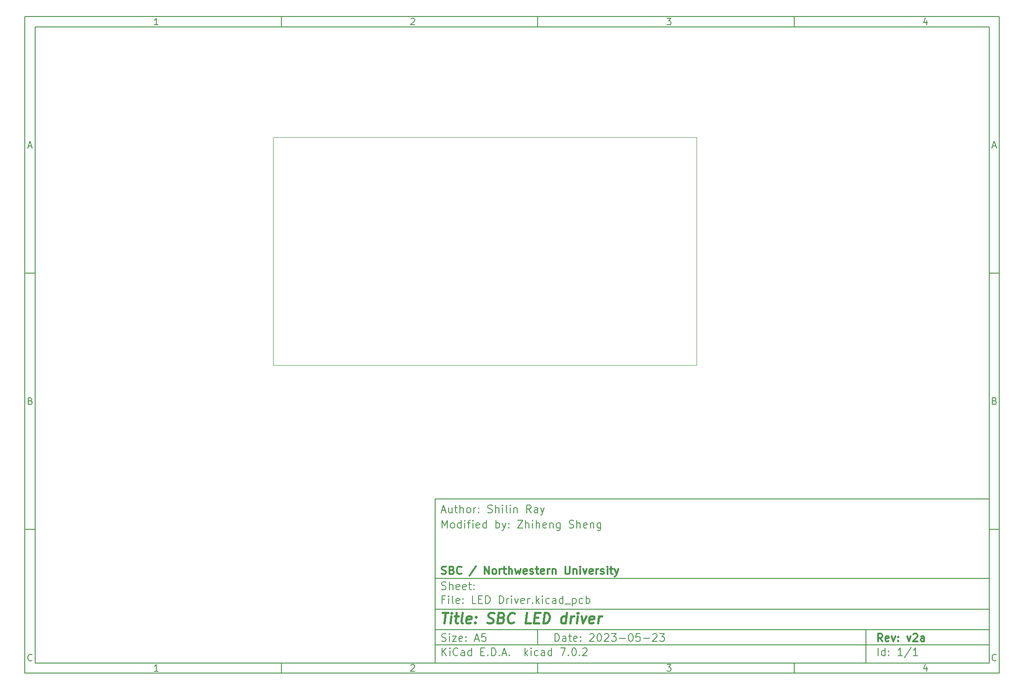
<source format=gm1>
%TF.GenerationSoftware,KiCad,Pcbnew,7.0.2*%
%TF.CreationDate,2023-05-23T14:29:37-05:00*%
%TF.ProjectId,LED Driver,4c454420-4472-4697-9665-722e6b696361,v2a*%
%TF.SameCoordinates,Original*%
%TF.FileFunction,Profile,NP*%
%FSLAX46Y46*%
G04 Gerber Fmt 4.6, Leading zero omitted, Abs format (unit mm)*
G04 Created by KiCad (PCBNEW 7.0.2) date 2023-05-23 14:29:37*
%MOMM*%
%LPD*%
G01*
G04 APERTURE LIST*
%ADD10C,0.100000*%
%ADD11C,0.150000*%
%ADD12C,0.300000*%
%ADD13C,0.400000*%
%TA.AperFunction,Profile*%
%ADD14C,0.050000*%
%TD*%
G04 APERTURE END LIST*
D10*
D11*
X90007200Y-104005800D02*
X198007200Y-104005800D01*
X198007200Y-136005800D01*
X90007200Y-136005800D01*
X90007200Y-104005800D01*
D10*
D11*
X10000000Y-10000000D02*
X200007200Y-10000000D01*
X200007200Y-138005800D01*
X10000000Y-138005800D01*
X10000000Y-10000000D01*
D10*
D11*
X12000000Y-12000000D02*
X198007200Y-12000000D01*
X198007200Y-136005800D01*
X12000000Y-136005800D01*
X12000000Y-12000000D01*
D10*
D11*
X60000000Y-12000000D02*
X60000000Y-10000000D01*
D10*
D11*
X110000000Y-12000000D02*
X110000000Y-10000000D01*
D10*
D11*
X160000000Y-12000000D02*
X160000000Y-10000000D01*
D10*
D11*
X35990476Y-11601404D02*
X35247619Y-11601404D01*
X35619047Y-11601404D02*
X35619047Y-10301404D01*
X35619047Y-10301404D02*
X35495238Y-10487119D01*
X35495238Y-10487119D02*
X35371428Y-10610928D01*
X35371428Y-10610928D02*
X35247619Y-10672833D01*
D10*
D11*
X85247619Y-10425214D02*
X85309523Y-10363309D01*
X85309523Y-10363309D02*
X85433333Y-10301404D01*
X85433333Y-10301404D02*
X85742857Y-10301404D01*
X85742857Y-10301404D02*
X85866666Y-10363309D01*
X85866666Y-10363309D02*
X85928571Y-10425214D01*
X85928571Y-10425214D02*
X85990476Y-10549023D01*
X85990476Y-10549023D02*
X85990476Y-10672833D01*
X85990476Y-10672833D02*
X85928571Y-10858547D01*
X85928571Y-10858547D02*
X85185714Y-11601404D01*
X85185714Y-11601404D02*
X85990476Y-11601404D01*
D10*
D11*
X135185714Y-10301404D02*
X135990476Y-10301404D01*
X135990476Y-10301404D02*
X135557142Y-10796642D01*
X135557142Y-10796642D02*
X135742857Y-10796642D01*
X135742857Y-10796642D02*
X135866666Y-10858547D01*
X135866666Y-10858547D02*
X135928571Y-10920452D01*
X135928571Y-10920452D02*
X135990476Y-11044261D01*
X135990476Y-11044261D02*
X135990476Y-11353785D01*
X135990476Y-11353785D02*
X135928571Y-11477595D01*
X135928571Y-11477595D02*
X135866666Y-11539500D01*
X135866666Y-11539500D02*
X135742857Y-11601404D01*
X135742857Y-11601404D02*
X135371428Y-11601404D01*
X135371428Y-11601404D02*
X135247619Y-11539500D01*
X135247619Y-11539500D02*
X135185714Y-11477595D01*
D10*
D11*
X185866666Y-10734738D02*
X185866666Y-11601404D01*
X185557142Y-10239500D02*
X185247619Y-11168071D01*
X185247619Y-11168071D02*
X186052380Y-11168071D01*
D10*
D11*
X60000000Y-136005800D02*
X60000000Y-138005800D01*
D10*
D11*
X110000000Y-136005800D02*
X110000000Y-138005800D01*
D10*
D11*
X160000000Y-136005800D02*
X160000000Y-138005800D01*
D10*
D11*
X35990476Y-137607204D02*
X35247619Y-137607204D01*
X35619047Y-137607204D02*
X35619047Y-136307204D01*
X35619047Y-136307204D02*
X35495238Y-136492919D01*
X35495238Y-136492919D02*
X35371428Y-136616728D01*
X35371428Y-136616728D02*
X35247619Y-136678633D01*
D10*
D11*
X85247619Y-136431014D02*
X85309523Y-136369109D01*
X85309523Y-136369109D02*
X85433333Y-136307204D01*
X85433333Y-136307204D02*
X85742857Y-136307204D01*
X85742857Y-136307204D02*
X85866666Y-136369109D01*
X85866666Y-136369109D02*
X85928571Y-136431014D01*
X85928571Y-136431014D02*
X85990476Y-136554823D01*
X85990476Y-136554823D02*
X85990476Y-136678633D01*
X85990476Y-136678633D02*
X85928571Y-136864347D01*
X85928571Y-136864347D02*
X85185714Y-137607204D01*
X85185714Y-137607204D02*
X85990476Y-137607204D01*
D10*
D11*
X135185714Y-136307204D02*
X135990476Y-136307204D01*
X135990476Y-136307204D02*
X135557142Y-136802442D01*
X135557142Y-136802442D02*
X135742857Y-136802442D01*
X135742857Y-136802442D02*
X135866666Y-136864347D01*
X135866666Y-136864347D02*
X135928571Y-136926252D01*
X135928571Y-136926252D02*
X135990476Y-137050061D01*
X135990476Y-137050061D02*
X135990476Y-137359585D01*
X135990476Y-137359585D02*
X135928571Y-137483395D01*
X135928571Y-137483395D02*
X135866666Y-137545300D01*
X135866666Y-137545300D02*
X135742857Y-137607204D01*
X135742857Y-137607204D02*
X135371428Y-137607204D01*
X135371428Y-137607204D02*
X135247619Y-137545300D01*
X135247619Y-137545300D02*
X135185714Y-137483395D01*
D10*
D11*
X185866666Y-136740538D02*
X185866666Y-137607204D01*
X185557142Y-136245300D02*
X185247619Y-137173871D01*
X185247619Y-137173871D02*
X186052380Y-137173871D01*
D10*
D11*
X10000000Y-60000000D02*
X12000000Y-60000000D01*
D10*
D11*
X10000000Y-110000000D02*
X12000000Y-110000000D01*
D10*
D11*
X10690476Y-35229976D02*
X11309523Y-35229976D01*
X10566666Y-35601404D02*
X10999999Y-34301404D01*
X10999999Y-34301404D02*
X11433333Y-35601404D01*
D10*
D11*
X11092857Y-84920452D02*
X11278571Y-84982357D01*
X11278571Y-84982357D02*
X11340476Y-85044261D01*
X11340476Y-85044261D02*
X11402380Y-85168071D01*
X11402380Y-85168071D02*
X11402380Y-85353785D01*
X11402380Y-85353785D02*
X11340476Y-85477595D01*
X11340476Y-85477595D02*
X11278571Y-85539500D01*
X11278571Y-85539500D02*
X11154761Y-85601404D01*
X11154761Y-85601404D02*
X10659523Y-85601404D01*
X10659523Y-85601404D02*
X10659523Y-84301404D01*
X10659523Y-84301404D02*
X11092857Y-84301404D01*
X11092857Y-84301404D02*
X11216666Y-84363309D01*
X11216666Y-84363309D02*
X11278571Y-84425214D01*
X11278571Y-84425214D02*
X11340476Y-84549023D01*
X11340476Y-84549023D02*
X11340476Y-84672833D01*
X11340476Y-84672833D02*
X11278571Y-84796642D01*
X11278571Y-84796642D02*
X11216666Y-84858547D01*
X11216666Y-84858547D02*
X11092857Y-84920452D01*
X11092857Y-84920452D02*
X10659523Y-84920452D01*
D10*
D11*
X11402380Y-135477595D02*
X11340476Y-135539500D01*
X11340476Y-135539500D02*
X11154761Y-135601404D01*
X11154761Y-135601404D02*
X11030952Y-135601404D01*
X11030952Y-135601404D02*
X10845238Y-135539500D01*
X10845238Y-135539500D02*
X10721428Y-135415690D01*
X10721428Y-135415690D02*
X10659523Y-135291880D01*
X10659523Y-135291880D02*
X10597619Y-135044261D01*
X10597619Y-135044261D02*
X10597619Y-134858547D01*
X10597619Y-134858547D02*
X10659523Y-134610928D01*
X10659523Y-134610928D02*
X10721428Y-134487119D01*
X10721428Y-134487119D02*
X10845238Y-134363309D01*
X10845238Y-134363309D02*
X11030952Y-134301404D01*
X11030952Y-134301404D02*
X11154761Y-134301404D01*
X11154761Y-134301404D02*
X11340476Y-134363309D01*
X11340476Y-134363309D02*
X11402380Y-134425214D01*
D10*
D11*
X200007200Y-60000000D02*
X198007200Y-60000000D01*
D10*
D11*
X200007200Y-110000000D02*
X198007200Y-110000000D01*
D10*
D11*
X198697676Y-35229976D02*
X199316723Y-35229976D01*
X198573866Y-35601404D02*
X199007199Y-34301404D01*
X199007199Y-34301404D02*
X199440533Y-35601404D01*
D10*
D11*
X199100057Y-84920452D02*
X199285771Y-84982357D01*
X199285771Y-84982357D02*
X199347676Y-85044261D01*
X199347676Y-85044261D02*
X199409580Y-85168071D01*
X199409580Y-85168071D02*
X199409580Y-85353785D01*
X199409580Y-85353785D02*
X199347676Y-85477595D01*
X199347676Y-85477595D02*
X199285771Y-85539500D01*
X199285771Y-85539500D02*
X199161961Y-85601404D01*
X199161961Y-85601404D02*
X198666723Y-85601404D01*
X198666723Y-85601404D02*
X198666723Y-84301404D01*
X198666723Y-84301404D02*
X199100057Y-84301404D01*
X199100057Y-84301404D02*
X199223866Y-84363309D01*
X199223866Y-84363309D02*
X199285771Y-84425214D01*
X199285771Y-84425214D02*
X199347676Y-84549023D01*
X199347676Y-84549023D02*
X199347676Y-84672833D01*
X199347676Y-84672833D02*
X199285771Y-84796642D01*
X199285771Y-84796642D02*
X199223866Y-84858547D01*
X199223866Y-84858547D02*
X199100057Y-84920452D01*
X199100057Y-84920452D02*
X198666723Y-84920452D01*
D10*
D11*
X199409580Y-135477595D02*
X199347676Y-135539500D01*
X199347676Y-135539500D02*
X199161961Y-135601404D01*
X199161961Y-135601404D02*
X199038152Y-135601404D01*
X199038152Y-135601404D02*
X198852438Y-135539500D01*
X198852438Y-135539500D02*
X198728628Y-135415690D01*
X198728628Y-135415690D02*
X198666723Y-135291880D01*
X198666723Y-135291880D02*
X198604819Y-135044261D01*
X198604819Y-135044261D02*
X198604819Y-134858547D01*
X198604819Y-134858547D02*
X198666723Y-134610928D01*
X198666723Y-134610928D02*
X198728628Y-134487119D01*
X198728628Y-134487119D02*
X198852438Y-134363309D01*
X198852438Y-134363309D02*
X199038152Y-134301404D01*
X199038152Y-134301404D02*
X199161961Y-134301404D01*
X199161961Y-134301404D02*
X199347676Y-134363309D01*
X199347676Y-134363309D02*
X199409580Y-134425214D01*
D10*
D11*
X113364342Y-131799728D02*
X113364342Y-130299728D01*
X113364342Y-130299728D02*
X113721485Y-130299728D01*
X113721485Y-130299728D02*
X113935771Y-130371157D01*
X113935771Y-130371157D02*
X114078628Y-130514014D01*
X114078628Y-130514014D02*
X114150057Y-130656871D01*
X114150057Y-130656871D02*
X114221485Y-130942585D01*
X114221485Y-130942585D02*
X114221485Y-131156871D01*
X114221485Y-131156871D02*
X114150057Y-131442585D01*
X114150057Y-131442585D02*
X114078628Y-131585442D01*
X114078628Y-131585442D02*
X113935771Y-131728300D01*
X113935771Y-131728300D02*
X113721485Y-131799728D01*
X113721485Y-131799728D02*
X113364342Y-131799728D01*
X115507200Y-131799728D02*
X115507200Y-131014014D01*
X115507200Y-131014014D02*
X115435771Y-130871157D01*
X115435771Y-130871157D02*
X115292914Y-130799728D01*
X115292914Y-130799728D02*
X115007200Y-130799728D01*
X115007200Y-130799728D02*
X114864342Y-130871157D01*
X115507200Y-131728300D02*
X115364342Y-131799728D01*
X115364342Y-131799728D02*
X115007200Y-131799728D01*
X115007200Y-131799728D02*
X114864342Y-131728300D01*
X114864342Y-131728300D02*
X114792914Y-131585442D01*
X114792914Y-131585442D02*
X114792914Y-131442585D01*
X114792914Y-131442585D02*
X114864342Y-131299728D01*
X114864342Y-131299728D02*
X115007200Y-131228300D01*
X115007200Y-131228300D02*
X115364342Y-131228300D01*
X115364342Y-131228300D02*
X115507200Y-131156871D01*
X116007200Y-130799728D02*
X116578628Y-130799728D01*
X116221485Y-130299728D02*
X116221485Y-131585442D01*
X116221485Y-131585442D02*
X116292914Y-131728300D01*
X116292914Y-131728300D02*
X116435771Y-131799728D01*
X116435771Y-131799728D02*
X116578628Y-131799728D01*
X117650057Y-131728300D02*
X117507200Y-131799728D01*
X117507200Y-131799728D02*
X117221486Y-131799728D01*
X117221486Y-131799728D02*
X117078628Y-131728300D01*
X117078628Y-131728300D02*
X117007200Y-131585442D01*
X117007200Y-131585442D02*
X117007200Y-131014014D01*
X117007200Y-131014014D02*
X117078628Y-130871157D01*
X117078628Y-130871157D02*
X117221486Y-130799728D01*
X117221486Y-130799728D02*
X117507200Y-130799728D01*
X117507200Y-130799728D02*
X117650057Y-130871157D01*
X117650057Y-130871157D02*
X117721486Y-131014014D01*
X117721486Y-131014014D02*
X117721486Y-131156871D01*
X117721486Y-131156871D02*
X117007200Y-131299728D01*
X118364342Y-131656871D02*
X118435771Y-131728300D01*
X118435771Y-131728300D02*
X118364342Y-131799728D01*
X118364342Y-131799728D02*
X118292914Y-131728300D01*
X118292914Y-131728300D02*
X118364342Y-131656871D01*
X118364342Y-131656871D02*
X118364342Y-131799728D01*
X118364342Y-130871157D02*
X118435771Y-130942585D01*
X118435771Y-130942585D02*
X118364342Y-131014014D01*
X118364342Y-131014014D02*
X118292914Y-130942585D01*
X118292914Y-130942585D02*
X118364342Y-130871157D01*
X118364342Y-130871157D02*
X118364342Y-131014014D01*
X120150057Y-130442585D02*
X120221485Y-130371157D01*
X120221485Y-130371157D02*
X120364343Y-130299728D01*
X120364343Y-130299728D02*
X120721485Y-130299728D01*
X120721485Y-130299728D02*
X120864343Y-130371157D01*
X120864343Y-130371157D02*
X120935771Y-130442585D01*
X120935771Y-130442585D02*
X121007200Y-130585442D01*
X121007200Y-130585442D02*
X121007200Y-130728300D01*
X121007200Y-130728300D02*
X120935771Y-130942585D01*
X120935771Y-130942585D02*
X120078628Y-131799728D01*
X120078628Y-131799728D02*
X121007200Y-131799728D01*
X121935771Y-130299728D02*
X122078628Y-130299728D01*
X122078628Y-130299728D02*
X122221485Y-130371157D01*
X122221485Y-130371157D02*
X122292914Y-130442585D01*
X122292914Y-130442585D02*
X122364342Y-130585442D01*
X122364342Y-130585442D02*
X122435771Y-130871157D01*
X122435771Y-130871157D02*
X122435771Y-131228300D01*
X122435771Y-131228300D02*
X122364342Y-131514014D01*
X122364342Y-131514014D02*
X122292914Y-131656871D01*
X122292914Y-131656871D02*
X122221485Y-131728300D01*
X122221485Y-131728300D02*
X122078628Y-131799728D01*
X122078628Y-131799728D02*
X121935771Y-131799728D01*
X121935771Y-131799728D02*
X121792914Y-131728300D01*
X121792914Y-131728300D02*
X121721485Y-131656871D01*
X121721485Y-131656871D02*
X121650056Y-131514014D01*
X121650056Y-131514014D02*
X121578628Y-131228300D01*
X121578628Y-131228300D02*
X121578628Y-130871157D01*
X121578628Y-130871157D02*
X121650056Y-130585442D01*
X121650056Y-130585442D02*
X121721485Y-130442585D01*
X121721485Y-130442585D02*
X121792914Y-130371157D01*
X121792914Y-130371157D02*
X121935771Y-130299728D01*
X123007199Y-130442585D02*
X123078627Y-130371157D01*
X123078627Y-130371157D02*
X123221485Y-130299728D01*
X123221485Y-130299728D02*
X123578627Y-130299728D01*
X123578627Y-130299728D02*
X123721485Y-130371157D01*
X123721485Y-130371157D02*
X123792913Y-130442585D01*
X123792913Y-130442585D02*
X123864342Y-130585442D01*
X123864342Y-130585442D02*
X123864342Y-130728300D01*
X123864342Y-130728300D02*
X123792913Y-130942585D01*
X123792913Y-130942585D02*
X122935770Y-131799728D01*
X122935770Y-131799728D02*
X123864342Y-131799728D01*
X124364341Y-130299728D02*
X125292913Y-130299728D01*
X125292913Y-130299728D02*
X124792913Y-130871157D01*
X124792913Y-130871157D02*
X125007198Y-130871157D01*
X125007198Y-130871157D02*
X125150056Y-130942585D01*
X125150056Y-130942585D02*
X125221484Y-131014014D01*
X125221484Y-131014014D02*
X125292913Y-131156871D01*
X125292913Y-131156871D02*
X125292913Y-131514014D01*
X125292913Y-131514014D02*
X125221484Y-131656871D01*
X125221484Y-131656871D02*
X125150056Y-131728300D01*
X125150056Y-131728300D02*
X125007198Y-131799728D01*
X125007198Y-131799728D02*
X124578627Y-131799728D01*
X124578627Y-131799728D02*
X124435770Y-131728300D01*
X124435770Y-131728300D02*
X124364341Y-131656871D01*
X125935769Y-131228300D02*
X127078627Y-131228300D01*
X128078627Y-130299728D02*
X128221484Y-130299728D01*
X128221484Y-130299728D02*
X128364341Y-130371157D01*
X128364341Y-130371157D02*
X128435770Y-130442585D01*
X128435770Y-130442585D02*
X128507198Y-130585442D01*
X128507198Y-130585442D02*
X128578627Y-130871157D01*
X128578627Y-130871157D02*
X128578627Y-131228300D01*
X128578627Y-131228300D02*
X128507198Y-131514014D01*
X128507198Y-131514014D02*
X128435770Y-131656871D01*
X128435770Y-131656871D02*
X128364341Y-131728300D01*
X128364341Y-131728300D02*
X128221484Y-131799728D01*
X128221484Y-131799728D02*
X128078627Y-131799728D01*
X128078627Y-131799728D02*
X127935770Y-131728300D01*
X127935770Y-131728300D02*
X127864341Y-131656871D01*
X127864341Y-131656871D02*
X127792912Y-131514014D01*
X127792912Y-131514014D02*
X127721484Y-131228300D01*
X127721484Y-131228300D02*
X127721484Y-130871157D01*
X127721484Y-130871157D02*
X127792912Y-130585442D01*
X127792912Y-130585442D02*
X127864341Y-130442585D01*
X127864341Y-130442585D02*
X127935770Y-130371157D01*
X127935770Y-130371157D02*
X128078627Y-130299728D01*
X129935769Y-130299728D02*
X129221483Y-130299728D01*
X129221483Y-130299728D02*
X129150055Y-131014014D01*
X129150055Y-131014014D02*
X129221483Y-130942585D01*
X129221483Y-130942585D02*
X129364341Y-130871157D01*
X129364341Y-130871157D02*
X129721483Y-130871157D01*
X129721483Y-130871157D02*
X129864341Y-130942585D01*
X129864341Y-130942585D02*
X129935769Y-131014014D01*
X129935769Y-131014014D02*
X130007198Y-131156871D01*
X130007198Y-131156871D02*
X130007198Y-131514014D01*
X130007198Y-131514014D02*
X129935769Y-131656871D01*
X129935769Y-131656871D02*
X129864341Y-131728300D01*
X129864341Y-131728300D02*
X129721483Y-131799728D01*
X129721483Y-131799728D02*
X129364341Y-131799728D01*
X129364341Y-131799728D02*
X129221483Y-131728300D01*
X129221483Y-131728300D02*
X129150055Y-131656871D01*
X130650054Y-131228300D02*
X131792912Y-131228300D01*
X132435769Y-130442585D02*
X132507197Y-130371157D01*
X132507197Y-130371157D02*
X132650055Y-130299728D01*
X132650055Y-130299728D02*
X133007197Y-130299728D01*
X133007197Y-130299728D02*
X133150055Y-130371157D01*
X133150055Y-130371157D02*
X133221483Y-130442585D01*
X133221483Y-130442585D02*
X133292912Y-130585442D01*
X133292912Y-130585442D02*
X133292912Y-130728300D01*
X133292912Y-130728300D02*
X133221483Y-130942585D01*
X133221483Y-130942585D02*
X132364340Y-131799728D01*
X132364340Y-131799728D02*
X133292912Y-131799728D01*
X133792911Y-130299728D02*
X134721483Y-130299728D01*
X134721483Y-130299728D02*
X134221483Y-130871157D01*
X134221483Y-130871157D02*
X134435768Y-130871157D01*
X134435768Y-130871157D02*
X134578626Y-130942585D01*
X134578626Y-130942585D02*
X134650054Y-131014014D01*
X134650054Y-131014014D02*
X134721483Y-131156871D01*
X134721483Y-131156871D02*
X134721483Y-131514014D01*
X134721483Y-131514014D02*
X134650054Y-131656871D01*
X134650054Y-131656871D02*
X134578626Y-131728300D01*
X134578626Y-131728300D02*
X134435768Y-131799728D01*
X134435768Y-131799728D02*
X134007197Y-131799728D01*
X134007197Y-131799728D02*
X133864340Y-131728300D01*
X133864340Y-131728300D02*
X133792911Y-131656871D01*
D10*
D11*
X90007200Y-132505800D02*
X198007200Y-132505800D01*
D10*
D11*
X91364342Y-134599728D02*
X91364342Y-133099728D01*
X92221485Y-134599728D02*
X91578628Y-133742585D01*
X92221485Y-133099728D02*
X91364342Y-133956871D01*
X92864342Y-134599728D02*
X92864342Y-133599728D01*
X92864342Y-133099728D02*
X92792914Y-133171157D01*
X92792914Y-133171157D02*
X92864342Y-133242585D01*
X92864342Y-133242585D02*
X92935771Y-133171157D01*
X92935771Y-133171157D02*
X92864342Y-133099728D01*
X92864342Y-133099728D02*
X92864342Y-133242585D01*
X94435771Y-134456871D02*
X94364343Y-134528300D01*
X94364343Y-134528300D02*
X94150057Y-134599728D01*
X94150057Y-134599728D02*
X94007200Y-134599728D01*
X94007200Y-134599728D02*
X93792914Y-134528300D01*
X93792914Y-134528300D02*
X93650057Y-134385442D01*
X93650057Y-134385442D02*
X93578628Y-134242585D01*
X93578628Y-134242585D02*
X93507200Y-133956871D01*
X93507200Y-133956871D02*
X93507200Y-133742585D01*
X93507200Y-133742585D02*
X93578628Y-133456871D01*
X93578628Y-133456871D02*
X93650057Y-133314014D01*
X93650057Y-133314014D02*
X93792914Y-133171157D01*
X93792914Y-133171157D02*
X94007200Y-133099728D01*
X94007200Y-133099728D02*
X94150057Y-133099728D01*
X94150057Y-133099728D02*
X94364343Y-133171157D01*
X94364343Y-133171157D02*
X94435771Y-133242585D01*
X95721486Y-134599728D02*
X95721486Y-133814014D01*
X95721486Y-133814014D02*
X95650057Y-133671157D01*
X95650057Y-133671157D02*
X95507200Y-133599728D01*
X95507200Y-133599728D02*
X95221486Y-133599728D01*
X95221486Y-133599728D02*
X95078628Y-133671157D01*
X95721486Y-134528300D02*
X95578628Y-134599728D01*
X95578628Y-134599728D02*
X95221486Y-134599728D01*
X95221486Y-134599728D02*
X95078628Y-134528300D01*
X95078628Y-134528300D02*
X95007200Y-134385442D01*
X95007200Y-134385442D02*
X95007200Y-134242585D01*
X95007200Y-134242585D02*
X95078628Y-134099728D01*
X95078628Y-134099728D02*
X95221486Y-134028300D01*
X95221486Y-134028300D02*
X95578628Y-134028300D01*
X95578628Y-134028300D02*
X95721486Y-133956871D01*
X97078629Y-134599728D02*
X97078629Y-133099728D01*
X97078629Y-134528300D02*
X96935771Y-134599728D01*
X96935771Y-134599728D02*
X96650057Y-134599728D01*
X96650057Y-134599728D02*
X96507200Y-134528300D01*
X96507200Y-134528300D02*
X96435771Y-134456871D01*
X96435771Y-134456871D02*
X96364343Y-134314014D01*
X96364343Y-134314014D02*
X96364343Y-133885442D01*
X96364343Y-133885442D02*
X96435771Y-133742585D01*
X96435771Y-133742585D02*
X96507200Y-133671157D01*
X96507200Y-133671157D02*
X96650057Y-133599728D01*
X96650057Y-133599728D02*
X96935771Y-133599728D01*
X96935771Y-133599728D02*
X97078629Y-133671157D01*
X98935771Y-133814014D02*
X99435771Y-133814014D01*
X99650057Y-134599728D02*
X98935771Y-134599728D01*
X98935771Y-134599728D02*
X98935771Y-133099728D01*
X98935771Y-133099728D02*
X99650057Y-133099728D01*
X100292914Y-134456871D02*
X100364343Y-134528300D01*
X100364343Y-134528300D02*
X100292914Y-134599728D01*
X100292914Y-134599728D02*
X100221486Y-134528300D01*
X100221486Y-134528300D02*
X100292914Y-134456871D01*
X100292914Y-134456871D02*
X100292914Y-134599728D01*
X101007200Y-134599728D02*
X101007200Y-133099728D01*
X101007200Y-133099728D02*
X101364343Y-133099728D01*
X101364343Y-133099728D02*
X101578629Y-133171157D01*
X101578629Y-133171157D02*
X101721486Y-133314014D01*
X101721486Y-133314014D02*
X101792915Y-133456871D01*
X101792915Y-133456871D02*
X101864343Y-133742585D01*
X101864343Y-133742585D02*
X101864343Y-133956871D01*
X101864343Y-133956871D02*
X101792915Y-134242585D01*
X101792915Y-134242585D02*
X101721486Y-134385442D01*
X101721486Y-134385442D02*
X101578629Y-134528300D01*
X101578629Y-134528300D02*
X101364343Y-134599728D01*
X101364343Y-134599728D02*
X101007200Y-134599728D01*
X102507200Y-134456871D02*
X102578629Y-134528300D01*
X102578629Y-134528300D02*
X102507200Y-134599728D01*
X102507200Y-134599728D02*
X102435772Y-134528300D01*
X102435772Y-134528300D02*
X102507200Y-134456871D01*
X102507200Y-134456871D02*
X102507200Y-134599728D01*
X103150058Y-134171157D02*
X103864344Y-134171157D01*
X103007201Y-134599728D02*
X103507201Y-133099728D01*
X103507201Y-133099728D02*
X104007201Y-134599728D01*
X104507200Y-134456871D02*
X104578629Y-134528300D01*
X104578629Y-134528300D02*
X104507200Y-134599728D01*
X104507200Y-134599728D02*
X104435772Y-134528300D01*
X104435772Y-134528300D02*
X104507200Y-134456871D01*
X104507200Y-134456871D02*
X104507200Y-134599728D01*
X107507200Y-134599728D02*
X107507200Y-133099728D01*
X107650058Y-134028300D02*
X108078629Y-134599728D01*
X108078629Y-133599728D02*
X107507200Y-134171157D01*
X108721486Y-134599728D02*
X108721486Y-133599728D01*
X108721486Y-133099728D02*
X108650058Y-133171157D01*
X108650058Y-133171157D02*
X108721486Y-133242585D01*
X108721486Y-133242585D02*
X108792915Y-133171157D01*
X108792915Y-133171157D02*
X108721486Y-133099728D01*
X108721486Y-133099728D02*
X108721486Y-133242585D01*
X110078630Y-134528300D02*
X109935772Y-134599728D01*
X109935772Y-134599728D02*
X109650058Y-134599728D01*
X109650058Y-134599728D02*
X109507201Y-134528300D01*
X109507201Y-134528300D02*
X109435772Y-134456871D01*
X109435772Y-134456871D02*
X109364344Y-134314014D01*
X109364344Y-134314014D02*
X109364344Y-133885442D01*
X109364344Y-133885442D02*
X109435772Y-133742585D01*
X109435772Y-133742585D02*
X109507201Y-133671157D01*
X109507201Y-133671157D02*
X109650058Y-133599728D01*
X109650058Y-133599728D02*
X109935772Y-133599728D01*
X109935772Y-133599728D02*
X110078630Y-133671157D01*
X111364344Y-134599728D02*
X111364344Y-133814014D01*
X111364344Y-133814014D02*
X111292915Y-133671157D01*
X111292915Y-133671157D02*
X111150058Y-133599728D01*
X111150058Y-133599728D02*
X110864344Y-133599728D01*
X110864344Y-133599728D02*
X110721486Y-133671157D01*
X111364344Y-134528300D02*
X111221486Y-134599728D01*
X111221486Y-134599728D02*
X110864344Y-134599728D01*
X110864344Y-134599728D02*
X110721486Y-134528300D01*
X110721486Y-134528300D02*
X110650058Y-134385442D01*
X110650058Y-134385442D02*
X110650058Y-134242585D01*
X110650058Y-134242585D02*
X110721486Y-134099728D01*
X110721486Y-134099728D02*
X110864344Y-134028300D01*
X110864344Y-134028300D02*
X111221486Y-134028300D01*
X111221486Y-134028300D02*
X111364344Y-133956871D01*
X112721487Y-134599728D02*
X112721487Y-133099728D01*
X112721487Y-134528300D02*
X112578629Y-134599728D01*
X112578629Y-134599728D02*
X112292915Y-134599728D01*
X112292915Y-134599728D02*
X112150058Y-134528300D01*
X112150058Y-134528300D02*
X112078629Y-134456871D01*
X112078629Y-134456871D02*
X112007201Y-134314014D01*
X112007201Y-134314014D02*
X112007201Y-133885442D01*
X112007201Y-133885442D02*
X112078629Y-133742585D01*
X112078629Y-133742585D02*
X112150058Y-133671157D01*
X112150058Y-133671157D02*
X112292915Y-133599728D01*
X112292915Y-133599728D02*
X112578629Y-133599728D01*
X112578629Y-133599728D02*
X112721487Y-133671157D01*
X114435772Y-133099728D02*
X115435772Y-133099728D01*
X115435772Y-133099728D02*
X114792915Y-134599728D01*
X116007200Y-134456871D02*
X116078629Y-134528300D01*
X116078629Y-134528300D02*
X116007200Y-134599728D01*
X116007200Y-134599728D02*
X115935772Y-134528300D01*
X115935772Y-134528300D02*
X116007200Y-134456871D01*
X116007200Y-134456871D02*
X116007200Y-134599728D01*
X117007201Y-133099728D02*
X117150058Y-133099728D01*
X117150058Y-133099728D02*
X117292915Y-133171157D01*
X117292915Y-133171157D02*
X117364344Y-133242585D01*
X117364344Y-133242585D02*
X117435772Y-133385442D01*
X117435772Y-133385442D02*
X117507201Y-133671157D01*
X117507201Y-133671157D02*
X117507201Y-134028300D01*
X117507201Y-134028300D02*
X117435772Y-134314014D01*
X117435772Y-134314014D02*
X117364344Y-134456871D01*
X117364344Y-134456871D02*
X117292915Y-134528300D01*
X117292915Y-134528300D02*
X117150058Y-134599728D01*
X117150058Y-134599728D02*
X117007201Y-134599728D01*
X117007201Y-134599728D02*
X116864344Y-134528300D01*
X116864344Y-134528300D02*
X116792915Y-134456871D01*
X116792915Y-134456871D02*
X116721486Y-134314014D01*
X116721486Y-134314014D02*
X116650058Y-134028300D01*
X116650058Y-134028300D02*
X116650058Y-133671157D01*
X116650058Y-133671157D02*
X116721486Y-133385442D01*
X116721486Y-133385442D02*
X116792915Y-133242585D01*
X116792915Y-133242585D02*
X116864344Y-133171157D01*
X116864344Y-133171157D02*
X117007201Y-133099728D01*
X118150057Y-134456871D02*
X118221486Y-134528300D01*
X118221486Y-134528300D02*
X118150057Y-134599728D01*
X118150057Y-134599728D02*
X118078629Y-134528300D01*
X118078629Y-134528300D02*
X118150057Y-134456871D01*
X118150057Y-134456871D02*
X118150057Y-134599728D01*
X118792915Y-133242585D02*
X118864343Y-133171157D01*
X118864343Y-133171157D02*
X119007201Y-133099728D01*
X119007201Y-133099728D02*
X119364343Y-133099728D01*
X119364343Y-133099728D02*
X119507201Y-133171157D01*
X119507201Y-133171157D02*
X119578629Y-133242585D01*
X119578629Y-133242585D02*
X119650058Y-133385442D01*
X119650058Y-133385442D02*
X119650058Y-133528300D01*
X119650058Y-133528300D02*
X119578629Y-133742585D01*
X119578629Y-133742585D02*
X118721486Y-134599728D01*
X118721486Y-134599728D02*
X119650058Y-134599728D01*
D10*
D11*
X90007200Y-129505800D02*
X198007200Y-129505800D01*
D10*
D12*
X177221485Y-131799728D02*
X176721485Y-131085442D01*
X176364342Y-131799728D02*
X176364342Y-130299728D01*
X176364342Y-130299728D02*
X176935771Y-130299728D01*
X176935771Y-130299728D02*
X177078628Y-130371157D01*
X177078628Y-130371157D02*
X177150057Y-130442585D01*
X177150057Y-130442585D02*
X177221485Y-130585442D01*
X177221485Y-130585442D02*
X177221485Y-130799728D01*
X177221485Y-130799728D02*
X177150057Y-130942585D01*
X177150057Y-130942585D02*
X177078628Y-131014014D01*
X177078628Y-131014014D02*
X176935771Y-131085442D01*
X176935771Y-131085442D02*
X176364342Y-131085442D01*
X178435771Y-131728300D02*
X178292914Y-131799728D01*
X178292914Y-131799728D02*
X178007200Y-131799728D01*
X178007200Y-131799728D02*
X177864342Y-131728300D01*
X177864342Y-131728300D02*
X177792914Y-131585442D01*
X177792914Y-131585442D02*
X177792914Y-131014014D01*
X177792914Y-131014014D02*
X177864342Y-130871157D01*
X177864342Y-130871157D02*
X178007200Y-130799728D01*
X178007200Y-130799728D02*
X178292914Y-130799728D01*
X178292914Y-130799728D02*
X178435771Y-130871157D01*
X178435771Y-130871157D02*
X178507200Y-131014014D01*
X178507200Y-131014014D02*
X178507200Y-131156871D01*
X178507200Y-131156871D02*
X177792914Y-131299728D01*
X179007199Y-130799728D02*
X179364342Y-131799728D01*
X179364342Y-131799728D02*
X179721485Y-130799728D01*
X180292913Y-131656871D02*
X180364342Y-131728300D01*
X180364342Y-131728300D02*
X180292913Y-131799728D01*
X180292913Y-131799728D02*
X180221485Y-131728300D01*
X180221485Y-131728300D02*
X180292913Y-131656871D01*
X180292913Y-131656871D02*
X180292913Y-131799728D01*
X180292913Y-130871157D02*
X180364342Y-130942585D01*
X180364342Y-130942585D02*
X180292913Y-131014014D01*
X180292913Y-131014014D02*
X180221485Y-130942585D01*
X180221485Y-130942585D02*
X180292913Y-130871157D01*
X180292913Y-130871157D02*
X180292913Y-131014014D01*
X182007199Y-130799728D02*
X182364342Y-131799728D01*
X182364342Y-131799728D02*
X182721485Y-130799728D01*
X183221485Y-130442585D02*
X183292913Y-130371157D01*
X183292913Y-130371157D02*
X183435771Y-130299728D01*
X183435771Y-130299728D02*
X183792913Y-130299728D01*
X183792913Y-130299728D02*
X183935771Y-130371157D01*
X183935771Y-130371157D02*
X184007199Y-130442585D01*
X184007199Y-130442585D02*
X184078628Y-130585442D01*
X184078628Y-130585442D02*
X184078628Y-130728300D01*
X184078628Y-130728300D02*
X184007199Y-130942585D01*
X184007199Y-130942585D02*
X183150056Y-131799728D01*
X183150056Y-131799728D02*
X184078628Y-131799728D01*
X185364342Y-131799728D02*
X185364342Y-131014014D01*
X185364342Y-131014014D02*
X185292913Y-130871157D01*
X185292913Y-130871157D02*
X185150056Y-130799728D01*
X185150056Y-130799728D02*
X184864342Y-130799728D01*
X184864342Y-130799728D02*
X184721484Y-130871157D01*
X185364342Y-131728300D02*
X185221484Y-131799728D01*
X185221484Y-131799728D02*
X184864342Y-131799728D01*
X184864342Y-131799728D02*
X184721484Y-131728300D01*
X184721484Y-131728300D02*
X184650056Y-131585442D01*
X184650056Y-131585442D02*
X184650056Y-131442585D01*
X184650056Y-131442585D02*
X184721484Y-131299728D01*
X184721484Y-131299728D02*
X184864342Y-131228300D01*
X184864342Y-131228300D02*
X185221484Y-131228300D01*
X185221484Y-131228300D02*
X185364342Y-131156871D01*
D10*
D11*
X91292914Y-131728300D02*
X91507200Y-131799728D01*
X91507200Y-131799728D02*
X91864342Y-131799728D01*
X91864342Y-131799728D02*
X92007200Y-131728300D01*
X92007200Y-131728300D02*
X92078628Y-131656871D01*
X92078628Y-131656871D02*
X92150057Y-131514014D01*
X92150057Y-131514014D02*
X92150057Y-131371157D01*
X92150057Y-131371157D02*
X92078628Y-131228300D01*
X92078628Y-131228300D02*
X92007200Y-131156871D01*
X92007200Y-131156871D02*
X91864342Y-131085442D01*
X91864342Y-131085442D02*
X91578628Y-131014014D01*
X91578628Y-131014014D02*
X91435771Y-130942585D01*
X91435771Y-130942585D02*
X91364342Y-130871157D01*
X91364342Y-130871157D02*
X91292914Y-130728300D01*
X91292914Y-130728300D02*
X91292914Y-130585442D01*
X91292914Y-130585442D02*
X91364342Y-130442585D01*
X91364342Y-130442585D02*
X91435771Y-130371157D01*
X91435771Y-130371157D02*
X91578628Y-130299728D01*
X91578628Y-130299728D02*
X91935771Y-130299728D01*
X91935771Y-130299728D02*
X92150057Y-130371157D01*
X92792913Y-131799728D02*
X92792913Y-130799728D01*
X92792913Y-130299728D02*
X92721485Y-130371157D01*
X92721485Y-130371157D02*
X92792913Y-130442585D01*
X92792913Y-130442585D02*
X92864342Y-130371157D01*
X92864342Y-130371157D02*
X92792913Y-130299728D01*
X92792913Y-130299728D02*
X92792913Y-130442585D01*
X93364342Y-130799728D02*
X94150057Y-130799728D01*
X94150057Y-130799728D02*
X93364342Y-131799728D01*
X93364342Y-131799728D02*
X94150057Y-131799728D01*
X95292914Y-131728300D02*
X95150057Y-131799728D01*
X95150057Y-131799728D02*
X94864343Y-131799728D01*
X94864343Y-131799728D02*
X94721485Y-131728300D01*
X94721485Y-131728300D02*
X94650057Y-131585442D01*
X94650057Y-131585442D02*
X94650057Y-131014014D01*
X94650057Y-131014014D02*
X94721485Y-130871157D01*
X94721485Y-130871157D02*
X94864343Y-130799728D01*
X94864343Y-130799728D02*
X95150057Y-130799728D01*
X95150057Y-130799728D02*
X95292914Y-130871157D01*
X95292914Y-130871157D02*
X95364343Y-131014014D01*
X95364343Y-131014014D02*
X95364343Y-131156871D01*
X95364343Y-131156871D02*
X94650057Y-131299728D01*
X96007199Y-131656871D02*
X96078628Y-131728300D01*
X96078628Y-131728300D02*
X96007199Y-131799728D01*
X96007199Y-131799728D02*
X95935771Y-131728300D01*
X95935771Y-131728300D02*
X96007199Y-131656871D01*
X96007199Y-131656871D02*
X96007199Y-131799728D01*
X96007199Y-130871157D02*
X96078628Y-130942585D01*
X96078628Y-130942585D02*
X96007199Y-131014014D01*
X96007199Y-131014014D02*
X95935771Y-130942585D01*
X95935771Y-130942585D02*
X96007199Y-130871157D01*
X96007199Y-130871157D02*
X96007199Y-131014014D01*
X97792914Y-131371157D02*
X98507200Y-131371157D01*
X97650057Y-131799728D02*
X98150057Y-130299728D01*
X98150057Y-130299728D02*
X98650057Y-131799728D01*
X99864342Y-130299728D02*
X99150056Y-130299728D01*
X99150056Y-130299728D02*
X99078628Y-131014014D01*
X99078628Y-131014014D02*
X99150056Y-130942585D01*
X99150056Y-130942585D02*
X99292914Y-130871157D01*
X99292914Y-130871157D02*
X99650056Y-130871157D01*
X99650056Y-130871157D02*
X99792914Y-130942585D01*
X99792914Y-130942585D02*
X99864342Y-131014014D01*
X99864342Y-131014014D02*
X99935771Y-131156871D01*
X99935771Y-131156871D02*
X99935771Y-131514014D01*
X99935771Y-131514014D02*
X99864342Y-131656871D01*
X99864342Y-131656871D02*
X99792914Y-131728300D01*
X99792914Y-131728300D02*
X99650056Y-131799728D01*
X99650056Y-131799728D02*
X99292914Y-131799728D01*
X99292914Y-131799728D02*
X99150056Y-131728300D01*
X99150056Y-131728300D02*
X99078628Y-131656871D01*
D10*
D11*
X176364342Y-134599728D02*
X176364342Y-133099728D01*
X177721486Y-134599728D02*
X177721486Y-133099728D01*
X177721486Y-134528300D02*
X177578628Y-134599728D01*
X177578628Y-134599728D02*
X177292914Y-134599728D01*
X177292914Y-134599728D02*
X177150057Y-134528300D01*
X177150057Y-134528300D02*
X177078628Y-134456871D01*
X177078628Y-134456871D02*
X177007200Y-134314014D01*
X177007200Y-134314014D02*
X177007200Y-133885442D01*
X177007200Y-133885442D02*
X177078628Y-133742585D01*
X177078628Y-133742585D02*
X177150057Y-133671157D01*
X177150057Y-133671157D02*
X177292914Y-133599728D01*
X177292914Y-133599728D02*
X177578628Y-133599728D01*
X177578628Y-133599728D02*
X177721486Y-133671157D01*
X178435771Y-134456871D02*
X178507200Y-134528300D01*
X178507200Y-134528300D02*
X178435771Y-134599728D01*
X178435771Y-134599728D02*
X178364343Y-134528300D01*
X178364343Y-134528300D02*
X178435771Y-134456871D01*
X178435771Y-134456871D02*
X178435771Y-134599728D01*
X178435771Y-133671157D02*
X178507200Y-133742585D01*
X178507200Y-133742585D02*
X178435771Y-133814014D01*
X178435771Y-133814014D02*
X178364343Y-133742585D01*
X178364343Y-133742585D02*
X178435771Y-133671157D01*
X178435771Y-133671157D02*
X178435771Y-133814014D01*
X181078629Y-134599728D02*
X180221486Y-134599728D01*
X180650057Y-134599728D02*
X180650057Y-133099728D01*
X180650057Y-133099728D02*
X180507200Y-133314014D01*
X180507200Y-133314014D02*
X180364343Y-133456871D01*
X180364343Y-133456871D02*
X180221486Y-133528300D01*
X182792914Y-133028300D02*
X181507200Y-134956871D01*
X184078629Y-134599728D02*
X183221486Y-134599728D01*
X183650057Y-134599728D02*
X183650057Y-133099728D01*
X183650057Y-133099728D02*
X183507200Y-133314014D01*
X183507200Y-133314014D02*
X183364343Y-133456871D01*
X183364343Y-133456871D02*
X183221486Y-133528300D01*
D10*
D11*
X90007200Y-125505800D02*
X198007200Y-125505800D01*
D10*
D13*
X91435771Y-126231038D02*
X92578628Y-126231038D01*
X91757200Y-128231038D02*
X92007200Y-126231038D01*
X92983390Y-128231038D02*
X93150057Y-126897704D01*
X93233390Y-126231038D02*
X93126247Y-126326276D01*
X93126247Y-126326276D02*
X93209581Y-126421514D01*
X93209581Y-126421514D02*
X93316724Y-126326276D01*
X93316724Y-126326276D02*
X93233390Y-126231038D01*
X93233390Y-126231038D02*
X93209581Y-126421514D01*
X93804819Y-126897704D02*
X94566723Y-126897704D01*
X94173866Y-126231038D02*
X93959581Y-127945323D01*
X93959581Y-127945323D02*
X94031009Y-128135800D01*
X94031009Y-128135800D02*
X94209581Y-128231038D01*
X94209581Y-128231038D02*
X94400057Y-128231038D01*
X95340533Y-128231038D02*
X95161961Y-128135800D01*
X95161961Y-128135800D02*
X95090533Y-127945323D01*
X95090533Y-127945323D02*
X95304818Y-126231038D01*
X96864342Y-128135800D02*
X96661961Y-128231038D01*
X96661961Y-128231038D02*
X96281008Y-128231038D01*
X96281008Y-128231038D02*
X96102437Y-128135800D01*
X96102437Y-128135800D02*
X96031008Y-127945323D01*
X96031008Y-127945323D02*
X96126247Y-127183419D01*
X96126247Y-127183419D02*
X96245294Y-126992942D01*
X96245294Y-126992942D02*
X96447675Y-126897704D01*
X96447675Y-126897704D02*
X96828627Y-126897704D01*
X96828627Y-126897704D02*
X97007199Y-126992942D01*
X97007199Y-126992942D02*
X97078627Y-127183419D01*
X97078627Y-127183419D02*
X97054818Y-127373895D01*
X97054818Y-127373895D02*
X96078627Y-127564371D01*
X97816723Y-128040561D02*
X97900056Y-128135800D01*
X97900056Y-128135800D02*
X97792913Y-128231038D01*
X97792913Y-128231038D02*
X97709580Y-128135800D01*
X97709580Y-128135800D02*
X97816723Y-128040561D01*
X97816723Y-128040561D02*
X97792913Y-128231038D01*
X97947675Y-126992942D02*
X98031008Y-127088180D01*
X98031008Y-127088180D02*
X97923866Y-127183419D01*
X97923866Y-127183419D02*
X97840532Y-127088180D01*
X97840532Y-127088180D02*
X97947675Y-126992942D01*
X97947675Y-126992942D02*
X97923866Y-127183419D01*
X100173866Y-128135800D02*
X100447675Y-128231038D01*
X100447675Y-128231038D02*
X100923866Y-128231038D01*
X100923866Y-128231038D02*
X101126247Y-128135800D01*
X101126247Y-128135800D02*
X101233390Y-128040561D01*
X101233390Y-128040561D02*
X101352437Y-127850085D01*
X101352437Y-127850085D02*
X101376247Y-127659609D01*
X101376247Y-127659609D02*
X101304818Y-127469133D01*
X101304818Y-127469133D02*
X101221485Y-127373895D01*
X101221485Y-127373895D02*
X101042914Y-127278657D01*
X101042914Y-127278657D02*
X100673866Y-127183419D01*
X100673866Y-127183419D02*
X100495294Y-127088180D01*
X100495294Y-127088180D02*
X100411961Y-126992942D01*
X100411961Y-126992942D02*
X100340533Y-126802466D01*
X100340533Y-126802466D02*
X100364342Y-126611990D01*
X100364342Y-126611990D02*
X100483390Y-126421514D01*
X100483390Y-126421514D02*
X100590533Y-126326276D01*
X100590533Y-126326276D02*
X100792914Y-126231038D01*
X100792914Y-126231038D02*
X101269104Y-126231038D01*
X101269104Y-126231038D02*
X101542914Y-126326276D01*
X102947675Y-127183419D02*
X103221485Y-127278657D01*
X103221485Y-127278657D02*
X103304818Y-127373895D01*
X103304818Y-127373895D02*
X103376247Y-127564371D01*
X103376247Y-127564371D02*
X103340532Y-127850085D01*
X103340532Y-127850085D02*
X103221485Y-128040561D01*
X103221485Y-128040561D02*
X103114342Y-128135800D01*
X103114342Y-128135800D02*
X102911961Y-128231038D01*
X102911961Y-128231038D02*
X102150056Y-128231038D01*
X102150056Y-128231038D02*
X102400056Y-126231038D01*
X102400056Y-126231038D02*
X103066723Y-126231038D01*
X103066723Y-126231038D02*
X103245294Y-126326276D01*
X103245294Y-126326276D02*
X103328628Y-126421514D01*
X103328628Y-126421514D02*
X103400056Y-126611990D01*
X103400056Y-126611990D02*
X103376247Y-126802466D01*
X103376247Y-126802466D02*
X103257199Y-126992942D01*
X103257199Y-126992942D02*
X103150056Y-127088180D01*
X103150056Y-127088180D02*
X102947675Y-127183419D01*
X102947675Y-127183419D02*
X102281009Y-127183419D01*
X105304818Y-128040561D02*
X105197675Y-128135800D01*
X105197675Y-128135800D02*
X104900056Y-128231038D01*
X104900056Y-128231038D02*
X104709580Y-128231038D01*
X104709580Y-128231038D02*
X104435770Y-128135800D01*
X104435770Y-128135800D02*
X104269104Y-127945323D01*
X104269104Y-127945323D02*
X104197675Y-127754847D01*
X104197675Y-127754847D02*
X104150056Y-127373895D01*
X104150056Y-127373895D02*
X104185770Y-127088180D01*
X104185770Y-127088180D02*
X104328627Y-126707228D01*
X104328627Y-126707228D02*
X104447675Y-126516752D01*
X104447675Y-126516752D02*
X104661961Y-126326276D01*
X104661961Y-126326276D02*
X104959580Y-126231038D01*
X104959580Y-126231038D02*
X105150056Y-126231038D01*
X105150056Y-126231038D02*
X105423866Y-126326276D01*
X105423866Y-126326276D02*
X105507199Y-126421514D01*
X108602437Y-128231038D02*
X107650056Y-128231038D01*
X107650056Y-128231038D02*
X107900056Y-126231038D01*
X109388152Y-127183419D02*
X110054818Y-127183419D01*
X110209580Y-128231038D02*
X109257199Y-128231038D01*
X109257199Y-128231038D02*
X109507199Y-126231038D01*
X109507199Y-126231038D02*
X110459580Y-126231038D01*
X111054818Y-128231038D02*
X111304818Y-126231038D01*
X111304818Y-126231038D02*
X111781009Y-126231038D01*
X111781009Y-126231038D02*
X112054818Y-126326276D01*
X112054818Y-126326276D02*
X112221485Y-126516752D01*
X112221485Y-126516752D02*
X112292913Y-126707228D01*
X112292913Y-126707228D02*
X112340533Y-127088180D01*
X112340533Y-127088180D02*
X112304818Y-127373895D01*
X112304818Y-127373895D02*
X112161961Y-127754847D01*
X112161961Y-127754847D02*
X112042913Y-127945323D01*
X112042913Y-127945323D02*
X111828628Y-128135800D01*
X111828628Y-128135800D02*
X111531009Y-128231038D01*
X111531009Y-128231038D02*
X111054818Y-128231038D01*
X115423866Y-128231038D02*
X115673866Y-126231038D01*
X115435771Y-128135800D02*
X115233390Y-128231038D01*
X115233390Y-128231038D02*
X114852438Y-128231038D01*
X114852438Y-128231038D02*
X114673866Y-128135800D01*
X114673866Y-128135800D02*
X114590533Y-128040561D01*
X114590533Y-128040561D02*
X114519104Y-127850085D01*
X114519104Y-127850085D02*
X114590533Y-127278657D01*
X114590533Y-127278657D02*
X114709580Y-127088180D01*
X114709580Y-127088180D02*
X114816723Y-126992942D01*
X114816723Y-126992942D02*
X115019104Y-126897704D01*
X115019104Y-126897704D02*
X115400057Y-126897704D01*
X115400057Y-126897704D02*
X115578628Y-126992942D01*
X116364342Y-128231038D02*
X116531009Y-126897704D01*
X116483390Y-127278657D02*
X116602437Y-127088180D01*
X116602437Y-127088180D02*
X116709580Y-126992942D01*
X116709580Y-126992942D02*
X116911961Y-126897704D01*
X116911961Y-126897704D02*
X117102437Y-126897704D01*
X117590532Y-128231038D02*
X117757199Y-126897704D01*
X117840532Y-126231038D02*
X117733389Y-126326276D01*
X117733389Y-126326276D02*
X117816723Y-126421514D01*
X117816723Y-126421514D02*
X117923866Y-126326276D01*
X117923866Y-126326276D02*
X117840532Y-126231038D01*
X117840532Y-126231038D02*
X117816723Y-126421514D01*
X118507199Y-126897704D02*
X118816723Y-128231038D01*
X118816723Y-128231038D02*
X119459580Y-126897704D01*
X120816723Y-128135800D02*
X120614342Y-128231038D01*
X120614342Y-128231038D02*
X120233389Y-128231038D01*
X120233389Y-128231038D02*
X120054818Y-128135800D01*
X120054818Y-128135800D02*
X119983389Y-127945323D01*
X119983389Y-127945323D02*
X120078628Y-127183419D01*
X120078628Y-127183419D02*
X120197675Y-126992942D01*
X120197675Y-126992942D02*
X120400056Y-126897704D01*
X120400056Y-126897704D02*
X120781008Y-126897704D01*
X120781008Y-126897704D02*
X120959580Y-126992942D01*
X120959580Y-126992942D02*
X121031008Y-127183419D01*
X121031008Y-127183419D02*
X121007199Y-127373895D01*
X121007199Y-127373895D02*
X120031008Y-127564371D01*
X121745294Y-128231038D02*
X121911961Y-126897704D01*
X121864342Y-127278657D02*
X121983389Y-127088180D01*
X121983389Y-127088180D02*
X122090532Y-126992942D01*
X122090532Y-126992942D02*
X122292913Y-126897704D01*
X122292913Y-126897704D02*
X122483389Y-126897704D01*
D10*
D11*
X91864342Y-123614014D02*
X91364342Y-123614014D01*
X91364342Y-124399728D02*
X91364342Y-122899728D01*
X91364342Y-122899728D02*
X92078628Y-122899728D01*
X92650056Y-124399728D02*
X92650056Y-123399728D01*
X92650056Y-122899728D02*
X92578628Y-122971157D01*
X92578628Y-122971157D02*
X92650056Y-123042585D01*
X92650056Y-123042585D02*
X92721485Y-122971157D01*
X92721485Y-122971157D02*
X92650056Y-122899728D01*
X92650056Y-122899728D02*
X92650056Y-123042585D01*
X93578628Y-124399728D02*
X93435771Y-124328300D01*
X93435771Y-124328300D02*
X93364342Y-124185442D01*
X93364342Y-124185442D02*
X93364342Y-122899728D01*
X94721485Y-124328300D02*
X94578628Y-124399728D01*
X94578628Y-124399728D02*
X94292914Y-124399728D01*
X94292914Y-124399728D02*
X94150056Y-124328300D01*
X94150056Y-124328300D02*
X94078628Y-124185442D01*
X94078628Y-124185442D02*
X94078628Y-123614014D01*
X94078628Y-123614014D02*
X94150056Y-123471157D01*
X94150056Y-123471157D02*
X94292914Y-123399728D01*
X94292914Y-123399728D02*
X94578628Y-123399728D01*
X94578628Y-123399728D02*
X94721485Y-123471157D01*
X94721485Y-123471157D02*
X94792914Y-123614014D01*
X94792914Y-123614014D02*
X94792914Y-123756871D01*
X94792914Y-123756871D02*
X94078628Y-123899728D01*
X95435770Y-124256871D02*
X95507199Y-124328300D01*
X95507199Y-124328300D02*
X95435770Y-124399728D01*
X95435770Y-124399728D02*
X95364342Y-124328300D01*
X95364342Y-124328300D02*
X95435770Y-124256871D01*
X95435770Y-124256871D02*
X95435770Y-124399728D01*
X95435770Y-123471157D02*
X95507199Y-123542585D01*
X95507199Y-123542585D02*
X95435770Y-123614014D01*
X95435770Y-123614014D02*
X95364342Y-123542585D01*
X95364342Y-123542585D02*
X95435770Y-123471157D01*
X95435770Y-123471157D02*
X95435770Y-123614014D01*
X98007199Y-124399728D02*
X97292913Y-124399728D01*
X97292913Y-124399728D02*
X97292913Y-122899728D01*
X98507199Y-123614014D02*
X99007199Y-123614014D01*
X99221485Y-124399728D02*
X98507199Y-124399728D01*
X98507199Y-124399728D02*
X98507199Y-122899728D01*
X98507199Y-122899728D02*
X99221485Y-122899728D01*
X99864342Y-124399728D02*
X99864342Y-122899728D01*
X99864342Y-122899728D02*
X100221485Y-122899728D01*
X100221485Y-122899728D02*
X100435771Y-122971157D01*
X100435771Y-122971157D02*
X100578628Y-123114014D01*
X100578628Y-123114014D02*
X100650057Y-123256871D01*
X100650057Y-123256871D02*
X100721485Y-123542585D01*
X100721485Y-123542585D02*
X100721485Y-123756871D01*
X100721485Y-123756871D02*
X100650057Y-124042585D01*
X100650057Y-124042585D02*
X100578628Y-124185442D01*
X100578628Y-124185442D02*
X100435771Y-124328300D01*
X100435771Y-124328300D02*
X100221485Y-124399728D01*
X100221485Y-124399728D02*
X99864342Y-124399728D01*
X102507199Y-124399728D02*
X102507199Y-122899728D01*
X102507199Y-122899728D02*
X102864342Y-122899728D01*
X102864342Y-122899728D02*
X103078628Y-122971157D01*
X103078628Y-122971157D02*
X103221485Y-123114014D01*
X103221485Y-123114014D02*
X103292914Y-123256871D01*
X103292914Y-123256871D02*
X103364342Y-123542585D01*
X103364342Y-123542585D02*
X103364342Y-123756871D01*
X103364342Y-123756871D02*
X103292914Y-124042585D01*
X103292914Y-124042585D02*
X103221485Y-124185442D01*
X103221485Y-124185442D02*
X103078628Y-124328300D01*
X103078628Y-124328300D02*
X102864342Y-124399728D01*
X102864342Y-124399728D02*
X102507199Y-124399728D01*
X104007199Y-124399728D02*
X104007199Y-123399728D01*
X104007199Y-123685442D02*
X104078628Y-123542585D01*
X104078628Y-123542585D02*
X104150057Y-123471157D01*
X104150057Y-123471157D02*
X104292914Y-123399728D01*
X104292914Y-123399728D02*
X104435771Y-123399728D01*
X104935770Y-124399728D02*
X104935770Y-123399728D01*
X104935770Y-122899728D02*
X104864342Y-122971157D01*
X104864342Y-122971157D02*
X104935770Y-123042585D01*
X104935770Y-123042585D02*
X105007199Y-122971157D01*
X105007199Y-122971157D02*
X104935770Y-122899728D01*
X104935770Y-122899728D02*
X104935770Y-123042585D01*
X105507199Y-123399728D02*
X105864342Y-124399728D01*
X105864342Y-124399728D02*
X106221485Y-123399728D01*
X107364342Y-124328300D02*
X107221485Y-124399728D01*
X107221485Y-124399728D02*
X106935771Y-124399728D01*
X106935771Y-124399728D02*
X106792913Y-124328300D01*
X106792913Y-124328300D02*
X106721485Y-124185442D01*
X106721485Y-124185442D02*
X106721485Y-123614014D01*
X106721485Y-123614014D02*
X106792913Y-123471157D01*
X106792913Y-123471157D02*
X106935771Y-123399728D01*
X106935771Y-123399728D02*
X107221485Y-123399728D01*
X107221485Y-123399728D02*
X107364342Y-123471157D01*
X107364342Y-123471157D02*
X107435771Y-123614014D01*
X107435771Y-123614014D02*
X107435771Y-123756871D01*
X107435771Y-123756871D02*
X106721485Y-123899728D01*
X108078627Y-124399728D02*
X108078627Y-123399728D01*
X108078627Y-123685442D02*
X108150056Y-123542585D01*
X108150056Y-123542585D02*
X108221485Y-123471157D01*
X108221485Y-123471157D02*
X108364342Y-123399728D01*
X108364342Y-123399728D02*
X108507199Y-123399728D01*
X109007198Y-124256871D02*
X109078627Y-124328300D01*
X109078627Y-124328300D02*
X109007198Y-124399728D01*
X109007198Y-124399728D02*
X108935770Y-124328300D01*
X108935770Y-124328300D02*
X109007198Y-124256871D01*
X109007198Y-124256871D02*
X109007198Y-124399728D01*
X109721484Y-124399728D02*
X109721484Y-122899728D01*
X109864342Y-123828300D02*
X110292913Y-124399728D01*
X110292913Y-123399728D02*
X109721484Y-123971157D01*
X110935770Y-124399728D02*
X110935770Y-123399728D01*
X110935770Y-122899728D02*
X110864342Y-122971157D01*
X110864342Y-122971157D02*
X110935770Y-123042585D01*
X110935770Y-123042585D02*
X111007199Y-122971157D01*
X111007199Y-122971157D02*
X110935770Y-122899728D01*
X110935770Y-122899728D02*
X110935770Y-123042585D01*
X112292914Y-124328300D02*
X112150056Y-124399728D01*
X112150056Y-124399728D02*
X111864342Y-124399728D01*
X111864342Y-124399728D02*
X111721485Y-124328300D01*
X111721485Y-124328300D02*
X111650056Y-124256871D01*
X111650056Y-124256871D02*
X111578628Y-124114014D01*
X111578628Y-124114014D02*
X111578628Y-123685442D01*
X111578628Y-123685442D02*
X111650056Y-123542585D01*
X111650056Y-123542585D02*
X111721485Y-123471157D01*
X111721485Y-123471157D02*
X111864342Y-123399728D01*
X111864342Y-123399728D02*
X112150056Y-123399728D01*
X112150056Y-123399728D02*
X112292914Y-123471157D01*
X113578628Y-124399728D02*
X113578628Y-123614014D01*
X113578628Y-123614014D02*
X113507199Y-123471157D01*
X113507199Y-123471157D02*
X113364342Y-123399728D01*
X113364342Y-123399728D02*
X113078628Y-123399728D01*
X113078628Y-123399728D02*
X112935770Y-123471157D01*
X113578628Y-124328300D02*
X113435770Y-124399728D01*
X113435770Y-124399728D02*
X113078628Y-124399728D01*
X113078628Y-124399728D02*
X112935770Y-124328300D01*
X112935770Y-124328300D02*
X112864342Y-124185442D01*
X112864342Y-124185442D02*
X112864342Y-124042585D01*
X112864342Y-124042585D02*
X112935770Y-123899728D01*
X112935770Y-123899728D02*
X113078628Y-123828300D01*
X113078628Y-123828300D02*
X113435770Y-123828300D01*
X113435770Y-123828300D02*
X113578628Y-123756871D01*
X114935771Y-124399728D02*
X114935771Y-122899728D01*
X114935771Y-124328300D02*
X114792913Y-124399728D01*
X114792913Y-124399728D02*
X114507199Y-124399728D01*
X114507199Y-124399728D02*
X114364342Y-124328300D01*
X114364342Y-124328300D02*
X114292913Y-124256871D01*
X114292913Y-124256871D02*
X114221485Y-124114014D01*
X114221485Y-124114014D02*
X114221485Y-123685442D01*
X114221485Y-123685442D02*
X114292913Y-123542585D01*
X114292913Y-123542585D02*
X114364342Y-123471157D01*
X114364342Y-123471157D02*
X114507199Y-123399728D01*
X114507199Y-123399728D02*
X114792913Y-123399728D01*
X114792913Y-123399728D02*
X114935771Y-123471157D01*
X115292914Y-124542585D02*
X116435771Y-124542585D01*
X116792913Y-123399728D02*
X116792913Y-124899728D01*
X116792913Y-123471157D02*
X116935771Y-123399728D01*
X116935771Y-123399728D02*
X117221485Y-123399728D01*
X117221485Y-123399728D02*
X117364342Y-123471157D01*
X117364342Y-123471157D02*
X117435771Y-123542585D01*
X117435771Y-123542585D02*
X117507199Y-123685442D01*
X117507199Y-123685442D02*
X117507199Y-124114014D01*
X117507199Y-124114014D02*
X117435771Y-124256871D01*
X117435771Y-124256871D02*
X117364342Y-124328300D01*
X117364342Y-124328300D02*
X117221485Y-124399728D01*
X117221485Y-124399728D02*
X116935771Y-124399728D01*
X116935771Y-124399728D02*
X116792913Y-124328300D01*
X118792914Y-124328300D02*
X118650056Y-124399728D01*
X118650056Y-124399728D02*
X118364342Y-124399728D01*
X118364342Y-124399728D02*
X118221485Y-124328300D01*
X118221485Y-124328300D02*
X118150056Y-124256871D01*
X118150056Y-124256871D02*
X118078628Y-124114014D01*
X118078628Y-124114014D02*
X118078628Y-123685442D01*
X118078628Y-123685442D02*
X118150056Y-123542585D01*
X118150056Y-123542585D02*
X118221485Y-123471157D01*
X118221485Y-123471157D02*
X118364342Y-123399728D01*
X118364342Y-123399728D02*
X118650056Y-123399728D01*
X118650056Y-123399728D02*
X118792914Y-123471157D01*
X119435770Y-124399728D02*
X119435770Y-122899728D01*
X119435770Y-123471157D02*
X119578628Y-123399728D01*
X119578628Y-123399728D02*
X119864342Y-123399728D01*
X119864342Y-123399728D02*
X120007199Y-123471157D01*
X120007199Y-123471157D02*
X120078628Y-123542585D01*
X120078628Y-123542585D02*
X120150056Y-123685442D01*
X120150056Y-123685442D02*
X120150056Y-124114014D01*
X120150056Y-124114014D02*
X120078628Y-124256871D01*
X120078628Y-124256871D02*
X120007199Y-124328300D01*
X120007199Y-124328300D02*
X119864342Y-124399728D01*
X119864342Y-124399728D02*
X119578628Y-124399728D01*
X119578628Y-124399728D02*
X119435770Y-124328300D01*
D10*
D11*
X90007200Y-119505800D02*
X198007200Y-119505800D01*
D10*
D11*
X91292914Y-121628300D02*
X91507200Y-121699728D01*
X91507200Y-121699728D02*
X91864342Y-121699728D01*
X91864342Y-121699728D02*
X92007200Y-121628300D01*
X92007200Y-121628300D02*
X92078628Y-121556871D01*
X92078628Y-121556871D02*
X92150057Y-121414014D01*
X92150057Y-121414014D02*
X92150057Y-121271157D01*
X92150057Y-121271157D02*
X92078628Y-121128300D01*
X92078628Y-121128300D02*
X92007200Y-121056871D01*
X92007200Y-121056871D02*
X91864342Y-120985442D01*
X91864342Y-120985442D02*
X91578628Y-120914014D01*
X91578628Y-120914014D02*
X91435771Y-120842585D01*
X91435771Y-120842585D02*
X91364342Y-120771157D01*
X91364342Y-120771157D02*
X91292914Y-120628300D01*
X91292914Y-120628300D02*
X91292914Y-120485442D01*
X91292914Y-120485442D02*
X91364342Y-120342585D01*
X91364342Y-120342585D02*
X91435771Y-120271157D01*
X91435771Y-120271157D02*
X91578628Y-120199728D01*
X91578628Y-120199728D02*
X91935771Y-120199728D01*
X91935771Y-120199728D02*
X92150057Y-120271157D01*
X92792913Y-121699728D02*
X92792913Y-120199728D01*
X93435771Y-121699728D02*
X93435771Y-120914014D01*
X93435771Y-120914014D02*
X93364342Y-120771157D01*
X93364342Y-120771157D02*
X93221485Y-120699728D01*
X93221485Y-120699728D02*
X93007199Y-120699728D01*
X93007199Y-120699728D02*
X92864342Y-120771157D01*
X92864342Y-120771157D02*
X92792913Y-120842585D01*
X94721485Y-121628300D02*
X94578628Y-121699728D01*
X94578628Y-121699728D02*
X94292914Y-121699728D01*
X94292914Y-121699728D02*
X94150056Y-121628300D01*
X94150056Y-121628300D02*
X94078628Y-121485442D01*
X94078628Y-121485442D02*
X94078628Y-120914014D01*
X94078628Y-120914014D02*
X94150056Y-120771157D01*
X94150056Y-120771157D02*
X94292914Y-120699728D01*
X94292914Y-120699728D02*
X94578628Y-120699728D01*
X94578628Y-120699728D02*
X94721485Y-120771157D01*
X94721485Y-120771157D02*
X94792914Y-120914014D01*
X94792914Y-120914014D02*
X94792914Y-121056871D01*
X94792914Y-121056871D02*
X94078628Y-121199728D01*
X96007199Y-121628300D02*
X95864342Y-121699728D01*
X95864342Y-121699728D02*
X95578628Y-121699728D01*
X95578628Y-121699728D02*
X95435770Y-121628300D01*
X95435770Y-121628300D02*
X95364342Y-121485442D01*
X95364342Y-121485442D02*
X95364342Y-120914014D01*
X95364342Y-120914014D02*
X95435770Y-120771157D01*
X95435770Y-120771157D02*
X95578628Y-120699728D01*
X95578628Y-120699728D02*
X95864342Y-120699728D01*
X95864342Y-120699728D02*
X96007199Y-120771157D01*
X96007199Y-120771157D02*
X96078628Y-120914014D01*
X96078628Y-120914014D02*
X96078628Y-121056871D01*
X96078628Y-121056871D02*
X95364342Y-121199728D01*
X96507199Y-120699728D02*
X97078627Y-120699728D01*
X96721484Y-120199728D02*
X96721484Y-121485442D01*
X96721484Y-121485442D02*
X96792913Y-121628300D01*
X96792913Y-121628300D02*
X96935770Y-121699728D01*
X96935770Y-121699728D02*
X97078627Y-121699728D01*
X97578627Y-121556871D02*
X97650056Y-121628300D01*
X97650056Y-121628300D02*
X97578627Y-121699728D01*
X97578627Y-121699728D02*
X97507199Y-121628300D01*
X97507199Y-121628300D02*
X97578627Y-121556871D01*
X97578627Y-121556871D02*
X97578627Y-121699728D01*
X97578627Y-120771157D02*
X97650056Y-120842585D01*
X97650056Y-120842585D02*
X97578627Y-120914014D01*
X97578627Y-120914014D02*
X97507199Y-120842585D01*
X97507199Y-120842585D02*
X97578627Y-120771157D01*
X97578627Y-120771157D02*
X97578627Y-120914014D01*
D10*
D12*
X91292914Y-118628300D02*
X91507200Y-118699728D01*
X91507200Y-118699728D02*
X91864342Y-118699728D01*
X91864342Y-118699728D02*
X92007200Y-118628300D01*
X92007200Y-118628300D02*
X92078628Y-118556871D01*
X92078628Y-118556871D02*
X92150057Y-118414014D01*
X92150057Y-118414014D02*
X92150057Y-118271157D01*
X92150057Y-118271157D02*
X92078628Y-118128300D01*
X92078628Y-118128300D02*
X92007200Y-118056871D01*
X92007200Y-118056871D02*
X91864342Y-117985442D01*
X91864342Y-117985442D02*
X91578628Y-117914014D01*
X91578628Y-117914014D02*
X91435771Y-117842585D01*
X91435771Y-117842585D02*
X91364342Y-117771157D01*
X91364342Y-117771157D02*
X91292914Y-117628300D01*
X91292914Y-117628300D02*
X91292914Y-117485442D01*
X91292914Y-117485442D02*
X91364342Y-117342585D01*
X91364342Y-117342585D02*
X91435771Y-117271157D01*
X91435771Y-117271157D02*
X91578628Y-117199728D01*
X91578628Y-117199728D02*
X91935771Y-117199728D01*
X91935771Y-117199728D02*
X92150057Y-117271157D01*
X93292913Y-117914014D02*
X93507199Y-117985442D01*
X93507199Y-117985442D02*
X93578628Y-118056871D01*
X93578628Y-118056871D02*
X93650056Y-118199728D01*
X93650056Y-118199728D02*
X93650056Y-118414014D01*
X93650056Y-118414014D02*
X93578628Y-118556871D01*
X93578628Y-118556871D02*
X93507199Y-118628300D01*
X93507199Y-118628300D02*
X93364342Y-118699728D01*
X93364342Y-118699728D02*
X92792913Y-118699728D01*
X92792913Y-118699728D02*
X92792913Y-117199728D01*
X92792913Y-117199728D02*
X93292913Y-117199728D01*
X93292913Y-117199728D02*
X93435771Y-117271157D01*
X93435771Y-117271157D02*
X93507199Y-117342585D01*
X93507199Y-117342585D02*
X93578628Y-117485442D01*
X93578628Y-117485442D02*
X93578628Y-117628300D01*
X93578628Y-117628300D02*
X93507199Y-117771157D01*
X93507199Y-117771157D02*
X93435771Y-117842585D01*
X93435771Y-117842585D02*
X93292913Y-117914014D01*
X93292913Y-117914014D02*
X92792913Y-117914014D01*
X95150056Y-118556871D02*
X95078628Y-118628300D01*
X95078628Y-118628300D02*
X94864342Y-118699728D01*
X94864342Y-118699728D02*
X94721485Y-118699728D01*
X94721485Y-118699728D02*
X94507199Y-118628300D01*
X94507199Y-118628300D02*
X94364342Y-118485442D01*
X94364342Y-118485442D02*
X94292913Y-118342585D01*
X94292913Y-118342585D02*
X94221485Y-118056871D01*
X94221485Y-118056871D02*
X94221485Y-117842585D01*
X94221485Y-117842585D02*
X94292913Y-117556871D01*
X94292913Y-117556871D02*
X94364342Y-117414014D01*
X94364342Y-117414014D02*
X94507199Y-117271157D01*
X94507199Y-117271157D02*
X94721485Y-117199728D01*
X94721485Y-117199728D02*
X94864342Y-117199728D01*
X94864342Y-117199728D02*
X95078628Y-117271157D01*
X95078628Y-117271157D02*
X95150056Y-117342585D01*
X98007199Y-117128300D02*
X96721485Y-119056871D01*
X99650056Y-118699728D02*
X99650056Y-117199728D01*
X99650056Y-117199728D02*
X100507199Y-118699728D01*
X100507199Y-118699728D02*
X100507199Y-117199728D01*
X101435771Y-118699728D02*
X101292914Y-118628300D01*
X101292914Y-118628300D02*
X101221485Y-118556871D01*
X101221485Y-118556871D02*
X101150057Y-118414014D01*
X101150057Y-118414014D02*
X101150057Y-117985442D01*
X101150057Y-117985442D02*
X101221485Y-117842585D01*
X101221485Y-117842585D02*
X101292914Y-117771157D01*
X101292914Y-117771157D02*
X101435771Y-117699728D01*
X101435771Y-117699728D02*
X101650057Y-117699728D01*
X101650057Y-117699728D02*
X101792914Y-117771157D01*
X101792914Y-117771157D02*
X101864343Y-117842585D01*
X101864343Y-117842585D02*
X101935771Y-117985442D01*
X101935771Y-117985442D02*
X101935771Y-118414014D01*
X101935771Y-118414014D02*
X101864343Y-118556871D01*
X101864343Y-118556871D02*
X101792914Y-118628300D01*
X101792914Y-118628300D02*
X101650057Y-118699728D01*
X101650057Y-118699728D02*
X101435771Y-118699728D01*
X102578628Y-118699728D02*
X102578628Y-117699728D01*
X102578628Y-117985442D02*
X102650057Y-117842585D01*
X102650057Y-117842585D02*
X102721486Y-117771157D01*
X102721486Y-117771157D02*
X102864343Y-117699728D01*
X102864343Y-117699728D02*
X103007200Y-117699728D01*
X103292914Y-117699728D02*
X103864342Y-117699728D01*
X103507199Y-117199728D02*
X103507199Y-118485442D01*
X103507199Y-118485442D02*
X103578628Y-118628300D01*
X103578628Y-118628300D02*
X103721485Y-118699728D01*
X103721485Y-118699728D02*
X103864342Y-118699728D01*
X104364342Y-118699728D02*
X104364342Y-117199728D01*
X105007200Y-118699728D02*
X105007200Y-117914014D01*
X105007200Y-117914014D02*
X104935771Y-117771157D01*
X104935771Y-117771157D02*
X104792914Y-117699728D01*
X104792914Y-117699728D02*
X104578628Y-117699728D01*
X104578628Y-117699728D02*
X104435771Y-117771157D01*
X104435771Y-117771157D02*
X104364342Y-117842585D01*
X105578628Y-117699728D02*
X105864343Y-118699728D01*
X105864343Y-118699728D02*
X106150057Y-117985442D01*
X106150057Y-117985442D02*
X106435771Y-118699728D01*
X106435771Y-118699728D02*
X106721485Y-117699728D01*
X107864343Y-118628300D02*
X107721486Y-118699728D01*
X107721486Y-118699728D02*
X107435772Y-118699728D01*
X107435772Y-118699728D02*
X107292914Y-118628300D01*
X107292914Y-118628300D02*
X107221486Y-118485442D01*
X107221486Y-118485442D02*
X107221486Y-117914014D01*
X107221486Y-117914014D02*
X107292914Y-117771157D01*
X107292914Y-117771157D02*
X107435772Y-117699728D01*
X107435772Y-117699728D02*
X107721486Y-117699728D01*
X107721486Y-117699728D02*
X107864343Y-117771157D01*
X107864343Y-117771157D02*
X107935772Y-117914014D01*
X107935772Y-117914014D02*
X107935772Y-118056871D01*
X107935772Y-118056871D02*
X107221486Y-118199728D01*
X108507200Y-118628300D02*
X108650057Y-118699728D01*
X108650057Y-118699728D02*
X108935771Y-118699728D01*
X108935771Y-118699728D02*
X109078628Y-118628300D01*
X109078628Y-118628300D02*
X109150057Y-118485442D01*
X109150057Y-118485442D02*
X109150057Y-118414014D01*
X109150057Y-118414014D02*
X109078628Y-118271157D01*
X109078628Y-118271157D02*
X108935771Y-118199728D01*
X108935771Y-118199728D02*
X108721486Y-118199728D01*
X108721486Y-118199728D02*
X108578628Y-118128300D01*
X108578628Y-118128300D02*
X108507200Y-117985442D01*
X108507200Y-117985442D02*
X108507200Y-117914014D01*
X108507200Y-117914014D02*
X108578628Y-117771157D01*
X108578628Y-117771157D02*
X108721486Y-117699728D01*
X108721486Y-117699728D02*
X108935771Y-117699728D01*
X108935771Y-117699728D02*
X109078628Y-117771157D01*
X109578629Y-117699728D02*
X110150057Y-117699728D01*
X109792914Y-117199728D02*
X109792914Y-118485442D01*
X109792914Y-118485442D02*
X109864343Y-118628300D01*
X109864343Y-118628300D02*
X110007200Y-118699728D01*
X110007200Y-118699728D02*
X110150057Y-118699728D01*
X111221486Y-118628300D02*
X111078629Y-118699728D01*
X111078629Y-118699728D02*
X110792915Y-118699728D01*
X110792915Y-118699728D02*
X110650057Y-118628300D01*
X110650057Y-118628300D02*
X110578629Y-118485442D01*
X110578629Y-118485442D02*
X110578629Y-117914014D01*
X110578629Y-117914014D02*
X110650057Y-117771157D01*
X110650057Y-117771157D02*
X110792915Y-117699728D01*
X110792915Y-117699728D02*
X111078629Y-117699728D01*
X111078629Y-117699728D02*
X111221486Y-117771157D01*
X111221486Y-117771157D02*
X111292915Y-117914014D01*
X111292915Y-117914014D02*
X111292915Y-118056871D01*
X111292915Y-118056871D02*
X110578629Y-118199728D01*
X111935771Y-118699728D02*
X111935771Y-117699728D01*
X111935771Y-117985442D02*
X112007200Y-117842585D01*
X112007200Y-117842585D02*
X112078629Y-117771157D01*
X112078629Y-117771157D02*
X112221486Y-117699728D01*
X112221486Y-117699728D02*
X112364343Y-117699728D01*
X112864342Y-117699728D02*
X112864342Y-118699728D01*
X112864342Y-117842585D02*
X112935771Y-117771157D01*
X112935771Y-117771157D02*
X113078628Y-117699728D01*
X113078628Y-117699728D02*
X113292914Y-117699728D01*
X113292914Y-117699728D02*
X113435771Y-117771157D01*
X113435771Y-117771157D02*
X113507200Y-117914014D01*
X113507200Y-117914014D02*
X113507200Y-118699728D01*
X115364342Y-117199728D02*
X115364342Y-118414014D01*
X115364342Y-118414014D02*
X115435771Y-118556871D01*
X115435771Y-118556871D02*
X115507200Y-118628300D01*
X115507200Y-118628300D02*
X115650057Y-118699728D01*
X115650057Y-118699728D02*
X115935771Y-118699728D01*
X115935771Y-118699728D02*
X116078628Y-118628300D01*
X116078628Y-118628300D02*
X116150057Y-118556871D01*
X116150057Y-118556871D02*
X116221485Y-118414014D01*
X116221485Y-118414014D02*
X116221485Y-117199728D01*
X116935771Y-117699728D02*
X116935771Y-118699728D01*
X116935771Y-117842585D02*
X117007200Y-117771157D01*
X117007200Y-117771157D02*
X117150057Y-117699728D01*
X117150057Y-117699728D02*
X117364343Y-117699728D01*
X117364343Y-117699728D02*
X117507200Y-117771157D01*
X117507200Y-117771157D02*
X117578629Y-117914014D01*
X117578629Y-117914014D02*
X117578629Y-118699728D01*
X118292914Y-118699728D02*
X118292914Y-117699728D01*
X118292914Y-117199728D02*
X118221486Y-117271157D01*
X118221486Y-117271157D02*
X118292914Y-117342585D01*
X118292914Y-117342585D02*
X118364343Y-117271157D01*
X118364343Y-117271157D02*
X118292914Y-117199728D01*
X118292914Y-117199728D02*
X118292914Y-117342585D01*
X118864343Y-117699728D02*
X119221486Y-118699728D01*
X119221486Y-118699728D02*
X119578629Y-117699728D01*
X120721486Y-118628300D02*
X120578629Y-118699728D01*
X120578629Y-118699728D02*
X120292915Y-118699728D01*
X120292915Y-118699728D02*
X120150057Y-118628300D01*
X120150057Y-118628300D02*
X120078629Y-118485442D01*
X120078629Y-118485442D02*
X120078629Y-117914014D01*
X120078629Y-117914014D02*
X120150057Y-117771157D01*
X120150057Y-117771157D02*
X120292915Y-117699728D01*
X120292915Y-117699728D02*
X120578629Y-117699728D01*
X120578629Y-117699728D02*
X120721486Y-117771157D01*
X120721486Y-117771157D02*
X120792915Y-117914014D01*
X120792915Y-117914014D02*
X120792915Y-118056871D01*
X120792915Y-118056871D02*
X120078629Y-118199728D01*
X121435771Y-118699728D02*
X121435771Y-117699728D01*
X121435771Y-117985442D02*
X121507200Y-117842585D01*
X121507200Y-117842585D02*
X121578629Y-117771157D01*
X121578629Y-117771157D02*
X121721486Y-117699728D01*
X121721486Y-117699728D02*
X121864343Y-117699728D01*
X122292914Y-118628300D02*
X122435771Y-118699728D01*
X122435771Y-118699728D02*
X122721485Y-118699728D01*
X122721485Y-118699728D02*
X122864342Y-118628300D01*
X122864342Y-118628300D02*
X122935771Y-118485442D01*
X122935771Y-118485442D02*
X122935771Y-118414014D01*
X122935771Y-118414014D02*
X122864342Y-118271157D01*
X122864342Y-118271157D02*
X122721485Y-118199728D01*
X122721485Y-118199728D02*
X122507200Y-118199728D01*
X122507200Y-118199728D02*
X122364342Y-118128300D01*
X122364342Y-118128300D02*
X122292914Y-117985442D01*
X122292914Y-117985442D02*
X122292914Y-117914014D01*
X122292914Y-117914014D02*
X122364342Y-117771157D01*
X122364342Y-117771157D02*
X122507200Y-117699728D01*
X122507200Y-117699728D02*
X122721485Y-117699728D01*
X122721485Y-117699728D02*
X122864342Y-117771157D01*
X123578628Y-118699728D02*
X123578628Y-117699728D01*
X123578628Y-117199728D02*
X123507200Y-117271157D01*
X123507200Y-117271157D02*
X123578628Y-117342585D01*
X123578628Y-117342585D02*
X123650057Y-117271157D01*
X123650057Y-117271157D02*
X123578628Y-117199728D01*
X123578628Y-117199728D02*
X123578628Y-117342585D01*
X124078629Y-117699728D02*
X124650057Y-117699728D01*
X124292914Y-117199728D02*
X124292914Y-118485442D01*
X124292914Y-118485442D02*
X124364343Y-118628300D01*
X124364343Y-118628300D02*
X124507200Y-118699728D01*
X124507200Y-118699728D02*
X124650057Y-118699728D01*
X125007200Y-117699728D02*
X125364343Y-118699728D01*
X125721486Y-117699728D02*
X125364343Y-118699728D01*
X125364343Y-118699728D02*
X125221486Y-119056871D01*
X125221486Y-119056871D02*
X125150057Y-119128300D01*
X125150057Y-119128300D02*
X125007200Y-119199728D01*
D10*
D11*
D10*
D11*
D10*
D11*
X91364342Y-109699728D02*
X91364342Y-108199728D01*
X91364342Y-108199728D02*
X91864342Y-109271157D01*
X91864342Y-109271157D02*
X92364342Y-108199728D01*
X92364342Y-108199728D02*
X92364342Y-109699728D01*
X93292914Y-109699728D02*
X93150057Y-109628300D01*
X93150057Y-109628300D02*
X93078628Y-109556871D01*
X93078628Y-109556871D02*
X93007200Y-109414014D01*
X93007200Y-109414014D02*
X93007200Y-108985442D01*
X93007200Y-108985442D02*
X93078628Y-108842585D01*
X93078628Y-108842585D02*
X93150057Y-108771157D01*
X93150057Y-108771157D02*
X93292914Y-108699728D01*
X93292914Y-108699728D02*
X93507200Y-108699728D01*
X93507200Y-108699728D02*
X93650057Y-108771157D01*
X93650057Y-108771157D02*
X93721486Y-108842585D01*
X93721486Y-108842585D02*
X93792914Y-108985442D01*
X93792914Y-108985442D02*
X93792914Y-109414014D01*
X93792914Y-109414014D02*
X93721486Y-109556871D01*
X93721486Y-109556871D02*
X93650057Y-109628300D01*
X93650057Y-109628300D02*
X93507200Y-109699728D01*
X93507200Y-109699728D02*
X93292914Y-109699728D01*
X95078629Y-109699728D02*
X95078629Y-108199728D01*
X95078629Y-109628300D02*
X94935771Y-109699728D01*
X94935771Y-109699728D02*
X94650057Y-109699728D01*
X94650057Y-109699728D02*
X94507200Y-109628300D01*
X94507200Y-109628300D02*
X94435771Y-109556871D01*
X94435771Y-109556871D02*
X94364343Y-109414014D01*
X94364343Y-109414014D02*
X94364343Y-108985442D01*
X94364343Y-108985442D02*
X94435771Y-108842585D01*
X94435771Y-108842585D02*
X94507200Y-108771157D01*
X94507200Y-108771157D02*
X94650057Y-108699728D01*
X94650057Y-108699728D02*
X94935771Y-108699728D01*
X94935771Y-108699728D02*
X95078629Y-108771157D01*
X95792914Y-109699728D02*
X95792914Y-108699728D01*
X95792914Y-108199728D02*
X95721486Y-108271157D01*
X95721486Y-108271157D02*
X95792914Y-108342585D01*
X95792914Y-108342585D02*
X95864343Y-108271157D01*
X95864343Y-108271157D02*
X95792914Y-108199728D01*
X95792914Y-108199728D02*
X95792914Y-108342585D01*
X96292915Y-108699728D02*
X96864343Y-108699728D01*
X96507200Y-109699728D02*
X96507200Y-108414014D01*
X96507200Y-108414014D02*
X96578629Y-108271157D01*
X96578629Y-108271157D02*
X96721486Y-108199728D01*
X96721486Y-108199728D02*
X96864343Y-108199728D01*
X97364343Y-109699728D02*
X97364343Y-108699728D01*
X97364343Y-108199728D02*
X97292915Y-108271157D01*
X97292915Y-108271157D02*
X97364343Y-108342585D01*
X97364343Y-108342585D02*
X97435772Y-108271157D01*
X97435772Y-108271157D02*
X97364343Y-108199728D01*
X97364343Y-108199728D02*
X97364343Y-108342585D01*
X98650058Y-109628300D02*
X98507201Y-109699728D01*
X98507201Y-109699728D02*
X98221487Y-109699728D01*
X98221487Y-109699728D02*
X98078629Y-109628300D01*
X98078629Y-109628300D02*
X98007201Y-109485442D01*
X98007201Y-109485442D02*
X98007201Y-108914014D01*
X98007201Y-108914014D02*
X98078629Y-108771157D01*
X98078629Y-108771157D02*
X98221487Y-108699728D01*
X98221487Y-108699728D02*
X98507201Y-108699728D01*
X98507201Y-108699728D02*
X98650058Y-108771157D01*
X98650058Y-108771157D02*
X98721487Y-108914014D01*
X98721487Y-108914014D02*
X98721487Y-109056871D01*
X98721487Y-109056871D02*
X98007201Y-109199728D01*
X100007201Y-109699728D02*
X100007201Y-108199728D01*
X100007201Y-109628300D02*
X99864343Y-109699728D01*
X99864343Y-109699728D02*
X99578629Y-109699728D01*
X99578629Y-109699728D02*
X99435772Y-109628300D01*
X99435772Y-109628300D02*
X99364343Y-109556871D01*
X99364343Y-109556871D02*
X99292915Y-109414014D01*
X99292915Y-109414014D02*
X99292915Y-108985442D01*
X99292915Y-108985442D02*
X99364343Y-108842585D01*
X99364343Y-108842585D02*
X99435772Y-108771157D01*
X99435772Y-108771157D02*
X99578629Y-108699728D01*
X99578629Y-108699728D02*
X99864343Y-108699728D01*
X99864343Y-108699728D02*
X100007201Y-108771157D01*
X101864343Y-109699728D02*
X101864343Y-108199728D01*
X101864343Y-108771157D02*
X102007201Y-108699728D01*
X102007201Y-108699728D02*
X102292915Y-108699728D01*
X102292915Y-108699728D02*
X102435772Y-108771157D01*
X102435772Y-108771157D02*
X102507201Y-108842585D01*
X102507201Y-108842585D02*
X102578629Y-108985442D01*
X102578629Y-108985442D02*
X102578629Y-109414014D01*
X102578629Y-109414014D02*
X102507201Y-109556871D01*
X102507201Y-109556871D02*
X102435772Y-109628300D01*
X102435772Y-109628300D02*
X102292915Y-109699728D01*
X102292915Y-109699728D02*
X102007201Y-109699728D01*
X102007201Y-109699728D02*
X101864343Y-109628300D01*
X103078629Y-108699728D02*
X103435772Y-109699728D01*
X103792915Y-108699728D02*
X103435772Y-109699728D01*
X103435772Y-109699728D02*
X103292915Y-110056871D01*
X103292915Y-110056871D02*
X103221486Y-110128300D01*
X103221486Y-110128300D02*
X103078629Y-110199728D01*
X104364343Y-109556871D02*
X104435772Y-109628300D01*
X104435772Y-109628300D02*
X104364343Y-109699728D01*
X104364343Y-109699728D02*
X104292915Y-109628300D01*
X104292915Y-109628300D02*
X104364343Y-109556871D01*
X104364343Y-109556871D02*
X104364343Y-109699728D01*
X104364343Y-108771157D02*
X104435772Y-108842585D01*
X104435772Y-108842585D02*
X104364343Y-108914014D01*
X104364343Y-108914014D02*
X104292915Y-108842585D01*
X104292915Y-108842585D02*
X104364343Y-108771157D01*
X104364343Y-108771157D02*
X104364343Y-108914014D01*
X106078629Y-108199728D02*
X107078629Y-108199728D01*
X107078629Y-108199728D02*
X106078629Y-109699728D01*
X106078629Y-109699728D02*
X107078629Y-109699728D01*
X107650057Y-109699728D02*
X107650057Y-108199728D01*
X108292915Y-109699728D02*
X108292915Y-108914014D01*
X108292915Y-108914014D02*
X108221486Y-108771157D01*
X108221486Y-108771157D02*
X108078629Y-108699728D01*
X108078629Y-108699728D02*
X107864343Y-108699728D01*
X107864343Y-108699728D02*
X107721486Y-108771157D01*
X107721486Y-108771157D02*
X107650057Y-108842585D01*
X109007200Y-109699728D02*
X109007200Y-108699728D01*
X109007200Y-108199728D02*
X108935772Y-108271157D01*
X108935772Y-108271157D02*
X109007200Y-108342585D01*
X109007200Y-108342585D02*
X109078629Y-108271157D01*
X109078629Y-108271157D02*
X109007200Y-108199728D01*
X109007200Y-108199728D02*
X109007200Y-108342585D01*
X109721486Y-109699728D02*
X109721486Y-108199728D01*
X110364344Y-109699728D02*
X110364344Y-108914014D01*
X110364344Y-108914014D02*
X110292915Y-108771157D01*
X110292915Y-108771157D02*
X110150058Y-108699728D01*
X110150058Y-108699728D02*
X109935772Y-108699728D01*
X109935772Y-108699728D02*
X109792915Y-108771157D01*
X109792915Y-108771157D02*
X109721486Y-108842585D01*
X111650058Y-109628300D02*
X111507201Y-109699728D01*
X111507201Y-109699728D02*
X111221487Y-109699728D01*
X111221487Y-109699728D02*
X111078629Y-109628300D01*
X111078629Y-109628300D02*
X111007201Y-109485442D01*
X111007201Y-109485442D02*
X111007201Y-108914014D01*
X111007201Y-108914014D02*
X111078629Y-108771157D01*
X111078629Y-108771157D02*
X111221487Y-108699728D01*
X111221487Y-108699728D02*
X111507201Y-108699728D01*
X111507201Y-108699728D02*
X111650058Y-108771157D01*
X111650058Y-108771157D02*
X111721487Y-108914014D01*
X111721487Y-108914014D02*
X111721487Y-109056871D01*
X111721487Y-109056871D02*
X111007201Y-109199728D01*
X112364343Y-108699728D02*
X112364343Y-109699728D01*
X112364343Y-108842585D02*
X112435772Y-108771157D01*
X112435772Y-108771157D02*
X112578629Y-108699728D01*
X112578629Y-108699728D02*
X112792915Y-108699728D01*
X112792915Y-108699728D02*
X112935772Y-108771157D01*
X112935772Y-108771157D02*
X113007201Y-108914014D01*
X113007201Y-108914014D02*
X113007201Y-109699728D01*
X114364344Y-108699728D02*
X114364344Y-109914014D01*
X114364344Y-109914014D02*
X114292915Y-110056871D01*
X114292915Y-110056871D02*
X114221486Y-110128300D01*
X114221486Y-110128300D02*
X114078629Y-110199728D01*
X114078629Y-110199728D02*
X113864344Y-110199728D01*
X113864344Y-110199728D02*
X113721486Y-110128300D01*
X114364344Y-109628300D02*
X114221486Y-109699728D01*
X114221486Y-109699728D02*
X113935772Y-109699728D01*
X113935772Y-109699728D02*
X113792915Y-109628300D01*
X113792915Y-109628300D02*
X113721486Y-109556871D01*
X113721486Y-109556871D02*
X113650058Y-109414014D01*
X113650058Y-109414014D02*
X113650058Y-108985442D01*
X113650058Y-108985442D02*
X113721486Y-108842585D01*
X113721486Y-108842585D02*
X113792915Y-108771157D01*
X113792915Y-108771157D02*
X113935772Y-108699728D01*
X113935772Y-108699728D02*
X114221486Y-108699728D01*
X114221486Y-108699728D02*
X114364344Y-108771157D01*
X116150058Y-109628300D02*
X116364344Y-109699728D01*
X116364344Y-109699728D02*
X116721486Y-109699728D01*
X116721486Y-109699728D02*
X116864344Y-109628300D01*
X116864344Y-109628300D02*
X116935772Y-109556871D01*
X116935772Y-109556871D02*
X117007201Y-109414014D01*
X117007201Y-109414014D02*
X117007201Y-109271157D01*
X117007201Y-109271157D02*
X116935772Y-109128300D01*
X116935772Y-109128300D02*
X116864344Y-109056871D01*
X116864344Y-109056871D02*
X116721486Y-108985442D01*
X116721486Y-108985442D02*
X116435772Y-108914014D01*
X116435772Y-108914014D02*
X116292915Y-108842585D01*
X116292915Y-108842585D02*
X116221486Y-108771157D01*
X116221486Y-108771157D02*
X116150058Y-108628300D01*
X116150058Y-108628300D02*
X116150058Y-108485442D01*
X116150058Y-108485442D02*
X116221486Y-108342585D01*
X116221486Y-108342585D02*
X116292915Y-108271157D01*
X116292915Y-108271157D02*
X116435772Y-108199728D01*
X116435772Y-108199728D02*
X116792915Y-108199728D01*
X116792915Y-108199728D02*
X117007201Y-108271157D01*
X117650057Y-109699728D02*
X117650057Y-108199728D01*
X118292915Y-109699728D02*
X118292915Y-108914014D01*
X118292915Y-108914014D02*
X118221486Y-108771157D01*
X118221486Y-108771157D02*
X118078629Y-108699728D01*
X118078629Y-108699728D02*
X117864343Y-108699728D01*
X117864343Y-108699728D02*
X117721486Y-108771157D01*
X117721486Y-108771157D02*
X117650057Y-108842585D01*
X119578629Y-109628300D02*
X119435772Y-109699728D01*
X119435772Y-109699728D02*
X119150058Y-109699728D01*
X119150058Y-109699728D02*
X119007200Y-109628300D01*
X119007200Y-109628300D02*
X118935772Y-109485442D01*
X118935772Y-109485442D02*
X118935772Y-108914014D01*
X118935772Y-108914014D02*
X119007200Y-108771157D01*
X119007200Y-108771157D02*
X119150058Y-108699728D01*
X119150058Y-108699728D02*
X119435772Y-108699728D01*
X119435772Y-108699728D02*
X119578629Y-108771157D01*
X119578629Y-108771157D02*
X119650058Y-108914014D01*
X119650058Y-108914014D02*
X119650058Y-109056871D01*
X119650058Y-109056871D02*
X118935772Y-109199728D01*
X120292914Y-108699728D02*
X120292914Y-109699728D01*
X120292914Y-108842585D02*
X120364343Y-108771157D01*
X120364343Y-108771157D02*
X120507200Y-108699728D01*
X120507200Y-108699728D02*
X120721486Y-108699728D01*
X120721486Y-108699728D02*
X120864343Y-108771157D01*
X120864343Y-108771157D02*
X120935772Y-108914014D01*
X120935772Y-108914014D02*
X120935772Y-109699728D01*
X122292915Y-108699728D02*
X122292915Y-109914014D01*
X122292915Y-109914014D02*
X122221486Y-110056871D01*
X122221486Y-110056871D02*
X122150057Y-110128300D01*
X122150057Y-110128300D02*
X122007200Y-110199728D01*
X122007200Y-110199728D02*
X121792915Y-110199728D01*
X121792915Y-110199728D02*
X121650057Y-110128300D01*
X122292915Y-109628300D02*
X122150057Y-109699728D01*
X122150057Y-109699728D02*
X121864343Y-109699728D01*
X121864343Y-109699728D02*
X121721486Y-109628300D01*
X121721486Y-109628300D02*
X121650057Y-109556871D01*
X121650057Y-109556871D02*
X121578629Y-109414014D01*
X121578629Y-109414014D02*
X121578629Y-108985442D01*
X121578629Y-108985442D02*
X121650057Y-108842585D01*
X121650057Y-108842585D02*
X121721486Y-108771157D01*
X121721486Y-108771157D02*
X121864343Y-108699728D01*
X121864343Y-108699728D02*
X122150057Y-108699728D01*
X122150057Y-108699728D02*
X122292915Y-108771157D01*
D10*
D11*
X91292914Y-106271157D02*
X92007200Y-106271157D01*
X91150057Y-106699728D02*
X91650057Y-105199728D01*
X91650057Y-105199728D02*
X92150057Y-106699728D01*
X93292914Y-105699728D02*
X93292914Y-106699728D01*
X92650056Y-105699728D02*
X92650056Y-106485442D01*
X92650056Y-106485442D02*
X92721485Y-106628300D01*
X92721485Y-106628300D02*
X92864342Y-106699728D01*
X92864342Y-106699728D02*
X93078628Y-106699728D01*
X93078628Y-106699728D02*
X93221485Y-106628300D01*
X93221485Y-106628300D02*
X93292914Y-106556871D01*
X93792914Y-105699728D02*
X94364342Y-105699728D01*
X94007199Y-105199728D02*
X94007199Y-106485442D01*
X94007199Y-106485442D02*
X94078628Y-106628300D01*
X94078628Y-106628300D02*
X94221485Y-106699728D01*
X94221485Y-106699728D02*
X94364342Y-106699728D01*
X94864342Y-106699728D02*
X94864342Y-105199728D01*
X95507200Y-106699728D02*
X95507200Y-105914014D01*
X95507200Y-105914014D02*
X95435771Y-105771157D01*
X95435771Y-105771157D02*
X95292914Y-105699728D01*
X95292914Y-105699728D02*
X95078628Y-105699728D01*
X95078628Y-105699728D02*
X94935771Y-105771157D01*
X94935771Y-105771157D02*
X94864342Y-105842585D01*
X96435771Y-106699728D02*
X96292914Y-106628300D01*
X96292914Y-106628300D02*
X96221485Y-106556871D01*
X96221485Y-106556871D02*
X96150057Y-106414014D01*
X96150057Y-106414014D02*
X96150057Y-105985442D01*
X96150057Y-105985442D02*
X96221485Y-105842585D01*
X96221485Y-105842585D02*
X96292914Y-105771157D01*
X96292914Y-105771157D02*
X96435771Y-105699728D01*
X96435771Y-105699728D02*
X96650057Y-105699728D01*
X96650057Y-105699728D02*
X96792914Y-105771157D01*
X96792914Y-105771157D02*
X96864343Y-105842585D01*
X96864343Y-105842585D02*
X96935771Y-105985442D01*
X96935771Y-105985442D02*
X96935771Y-106414014D01*
X96935771Y-106414014D02*
X96864343Y-106556871D01*
X96864343Y-106556871D02*
X96792914Y-106628300D01*
X96792914Y-106628300D02*
X96650057Y-106699728D01*
X96650057Y-106699728D02*
X96435771Y-106699728D01*
X97578628Y-106699728D02*
X97578628Y-105699728D01*
X97578628Y-105985442D02*
X97650057Y-105842585D01*
X97650057Y-105842585D02*
X97721486Y-105771157D01*
X97721486Y-105771157D02*
X97864343Y-105699728D01*
X97864343Y-105699728D02*
X98007200Y-105699728D01*
X98507199Y-106556871D02*
X98578628Y-106628300D01*
X98578628Y-106628300D02*
X98507199Y-106699728D01*
X98507199Y-106699728D02*
X98435771Y-106628300D01*
X98435771Y-106628300D02*
X98507199Y-106556871D01*
X98507199Y-106556871D02*
X98507199Y-106699728D01*
X98507199Y-105771157D02*
X98578628Y-105842585D01*
X98578628Y-105842585D02*
X98507199Y-105914014D01*
X98507199Y-105914014D02*
X98435771Y-105842585D01*
X98435771Y-105842585D02*
X98507199Y-105771157D01*
X98507199Y-105771157D02*
X98507199Y-105914014D01*
X100292914Y-106628300D02*
X100507200Y-106699728D01*
X100507200Y-106699728D02*
X100864342Y-106699728D01*
X100864342Y-106699728D02*
X101007200Y-106628300D01*
X101007200Y-106628300D02*
X101078628Y-106556871D01*
X101078628Y-106556871D02*
X101150057Y-106414014D01*
X101150057Y-106414014D02*
X101150057Y-106271157D01*
X101150057Y-106271157D02*
X101078628Y-106128300D01*
X101078628Y-106128300D02*
X101007200Y-106056871D01*
X101007200Y-106056871D02*
X100864342Y-105985442D01*
X100864342Y-105985442D02*
X100578628Y-105914014D01*
X100578628Y-105914014D02*
X100435771Y-105842585D01*
X100435771Y-105842585D02*
X100364342Y-105771157D01*
X100364342Y-105771157D02*
X100292914Y-105628300D01*
X100292914Y-105628300D02*
X100292914Y-105485442D01*
X100292914Y-105485442D02*
X100364342Y-105342585D01*
X100364342Y-105342585D02*
X100435771Y-105271157D01*
X100435771Y-105271157D02*
X100578628Y-105199728D01*
X100578628Y-105199728D02*
X100935771Y-105199728D01*
X100935771Y-105199728D02*
X101150057Y-105271157D01*
X101792913Y-106699728D02*
X101792913Y-105199728D01*
X102435771Y-106699728D02*
X102435771Y-105914014D01*
X102435771Y-105914014D02*
X102364342Y-105771157D01*
X102364342Y-105771157D02*
X102221485Y-105699728D01*
X102221485Y-105699728D02*
X102007199Y-105699728D01*
X102007199Y-105699728D02*
X101864342Y-105771157D01*
X101864342Y-105771157D02*
X101792913Y-105842585D01*
X103150056Y-106699728D02*
X103150056Y-105699728D01*
X103150056Y-105199728D02*
X103078628Y-105271157D01*
X103078628Y-105271157D02*
X103150056Y-105342585D01*
X103150056Y-105342585D02*
X103221485Y-105271157D01*
X103221485Y-105271157D02*
X103150056Y-105199728D01*
X103150056Y-105199728D02*
X103150056Y-105342585D01*
X104078628Y-106699728D02*
X103935771Y-106628300D01*
X103935771Y-106628300D02*
X103864342Y-106485442D01*
X103864342Y-106485442D02*
X103864342Y-105199728D01*
X104650056Y-106699728D02*
X104650056Y-105699728D01*
X104650056Y-105199728D02*
X104578628Y-105271157D01*
X104578628Y-105271157D02*
X104650056Y-105342585D01*
X104650056Y-105342585D02*
X104721485Y-105271157D01*
X104721485Y-105271157D02*
X104650056Y-105199728D01*
X104650056Y-105199728D02*
X104650056Y-105342585D01*
X105364342Y-105699728D02*
X105364342Y-106699728D01*
X105364342Y-105842585D02*
X105435771Y-105771157D01*
X105435771Y-105771157D02*
X105578628Y-105699728D01*
X105578628Y-105699728D02*
X105792914Y-105699728D01*
X105792914Y-105699728D02*
X105935771Y-105771157D01*
X105935771Y-105771157D02*
X106007200Y-105914014D01*
X106007200Y-105914014D02*
X106007200Y-106699728D01*
X108721485Y-106699728D02*
X108221485Y-105985442D01*
X107864342Y-106699728D02*
X107864342Y-105199728D01*
X107864342Y-105199728D02*
X108435771Y-105199728D01*
X108435771Y-105199728D02*
X108578628Y-105271157D01*
X108578628Y-105271157D02*
X108650057Y-105342585D01*
X108650057Y-105342585D02*
X108721485Y-105485442D01*
X108721485Y-105485442D02*
X108721485Y-105699728D01*
X108721485Y-105699728D02*
X108650057Y-105842585D01*
X108650057Y-105842585D02*
X108578628Y-105914014D01*
X108578628Y-105914014D02*
X108435771Y-105985442D01*
X108435771Y-105985442D02*
X107864342Y-105985442D01*
X110007200Y-106699728D02*
X110007200Y-105914014D01*
X110007200Y-105914014D02*
X109935771Y-105771157D01*
X109935771Y-105771157D02*
X109792914Y-105699728D01*
X109792914Y-105699728D02*
X109507200Y-105699728D01*
X109507200Y-105699728D02*
X109364342Y-105771157D01*
X110007200Y-106628300D02*
X109864342Y-106699728D01*
X109864342Y-106699728D02*
X109507200Y-106699728D01*
X109507200Y-106699728D02*
X109364342Y-106628300D01*
X109364342Y-106628300D02*
X109292914Y-106485442D01*
X109292914Y-106485442D02*
X109292914Y-106342585D01*
X109292914Y-106342585D02*
X109364342Y-106199728D01*
X109364342Y-106199728D02*
X109507200Y-106128300D01*
X109507200Y-106128300D02*
X109864342Y-106128300D01*
X109864342Y-106128300D02*
X110007200Y-106056871D01*
X110578628Y-105699728D02*
X110935771Y-106699728D01*
X111292914Y-105699728D02*
X110935771Y-106699728D01*
X110935771Y-106699728D02*
X110792914Y-107056871D01*
X110792914Y-107056871D02*
X110721485Y-107128300D01*
X110721485Y-107128300D02*
X110578628Y-107199728D01*
D10*
D11*
X110007200Y-129505800D02*
X110007200Y-132505800D01*
D10*
D11*
X174007200Y-129505800D02*
X174007200Y-136005800D01*
D14*
X58420000Y-33528000D02*
X140970000Y-33528000D01*
X140970000Y-77978000D01*
X58420000Y-77978000D01*
X58420000Y-33528000D01*
M02*

</source>
